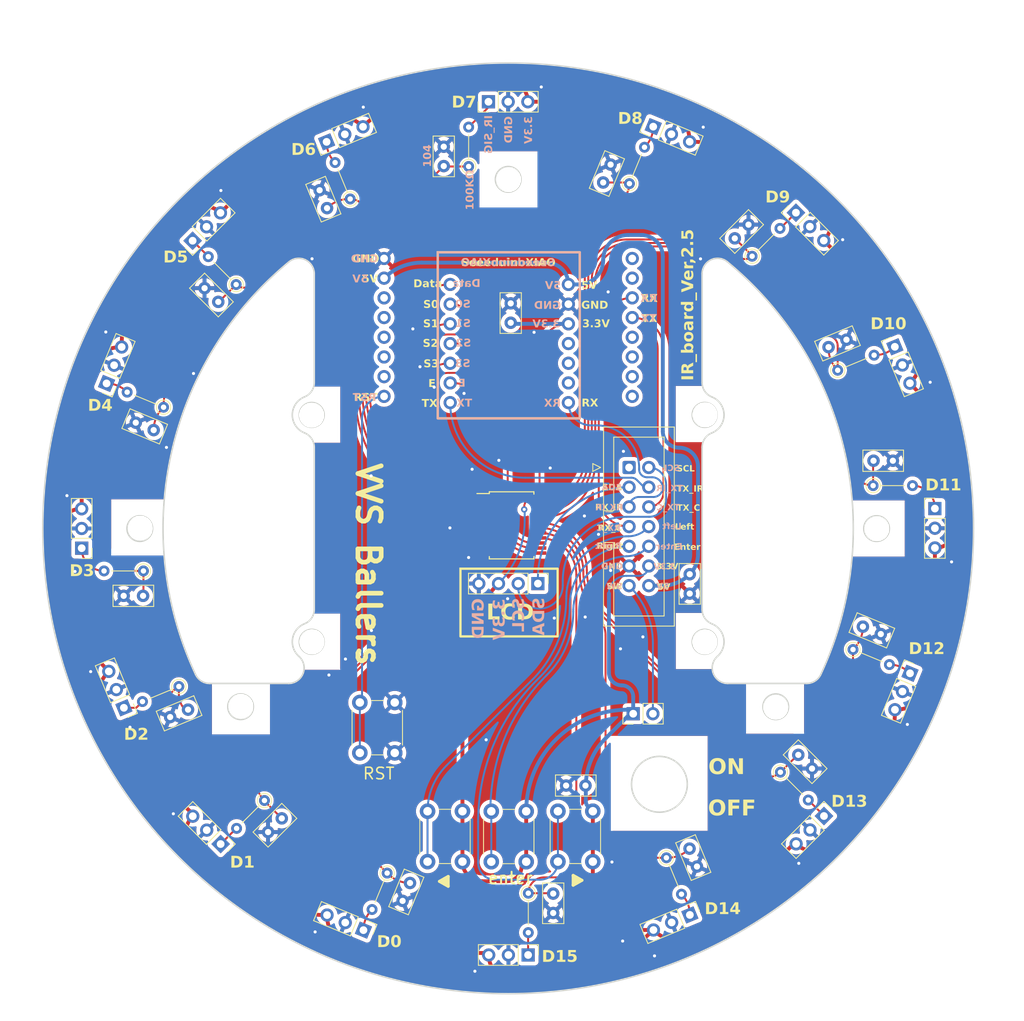
<source format=kicad_pcb>
(kicad_pcb (version 20241229) (generator "pcbnew") (generator_version "9.0")
  (layers (0 "F.Cu" signal) (2 "B.Cu" signal) (13 "F.Paste" user) (15 "B.Paste" user) (5 "F.SilkS" user "F.Silkscreen") (7 "B.SilkS" user "B.Silkscreen") (1 "F.Mask" user) (3 "B.Mask" user) (25 "Edge.Cuts" user))
  (net 0 "")
  (net 1 "GND")
  (net 2 "+3.3V")
  (net 3 "IRout3")
  (net 4 "IRout4")
  (net 5 "IRout1")
  (net 6 "IRout2")
  (net 7 "IRout5")
  (net 8 "IRout6")
  (net 9 "IRout7")
  (net 10 "IRout8")
  (net 11 "D2")
  (net 12 "D3")
  (net 13 "D0")
  (net 14 "D1")
  (net 15 "D4")
  (net 16 "D5")
  (net 17 "D6")
  (net 18 "D7")
  (net 19 "D10")
  (net 20 "D11")
  (net 21 "D8")
  (net 22 "D9")
  (net 23 "D12")
  (net 24 "D13")
  (net 25 "D14")
  (net 26 "D15")
  (net 27 "IRout11")
  (net 28 "IRout12")
  (net 29 "IRout9")
  (net 30 "IRout10")
  (net 31 "IRout13")
  (net 32 "IRout14")
  (net 34 "S0")
  (net 35 "S1")
  (net 36 "S2")
  (net 37 "S3")
  (net 38 "E")
  (net 42 "+5V")
  (net 43 "IRout15")
  (net 44 "IRout0")
  (net 45 "RST")
  (net 46 "SDA_LCD")
  (net 47 "switch")
  (net 49 "SCL_LCD")
  (net 50 "TX_Boll")
  (net 51 "RX_Boll")
  (net 52 "TX_camera")
  (net 58 "RX_camera")
  (net 64 "Data_IR_sensor")
  (net 65 "LCD-TeensyD10")
  (net 66 "LCD-TeensyD11")
  (net 67 "LCD-TeensyD12")
  (footprint "Connector_PinHeader_2.54mm:PinHeader_1x03_P2.54mm_Vertical" (layer "F.Cu") (at 138.341699 164.755716 -90)
    (property "Reference" "U17" (hide yes))
    (property "Value" "TSSP58038")
  )
  (footprint "MountingHole:MountingHole_3.2mm_M3" (layer "F.Cu") (at 170.276 132.8)
    (property "Reference" "REF**" (hide yes))
    (property "Value" "MountingHole_3.2mm_M3")
  )
  (footprint "Capacitor_THT:C_Disc_D5.0mm_W2.5mm_P2.50mm" (layer "F.Cu") (at 106.581975 147.14301 -135)
    (property "Reference" "C4" (hide yes))
    (property "Value" "104")
  )
  (footprint "Capacitor_THT:C_Disc_D5.0mm_W2.5mm_P2.50mm" (layer "F.Cu") (at 177.076399 86.38062 22.5)
    (property "Reference" "C9" (hide yes))
    (property "Value" "104" (hide yes))
  )
  (footprint "Resistor_THT:R_Axial_DIN0204_L3.6mm_D1.6mm_P5.08mm_Vertical" (layer "F.Cu") (at 100.698859 78.312233 135)
    (property "Reference" "R6" (hide yes))
    (property "Value" "22k" (hide yes))
  )
  (footprint "Resistor_THT:R_Axial_DIN0204_L3.6mm_D1.6mm_P5.08mm_Vertical" (layer "F.Cu") (at 178.258619 89.365407 22.5)
    (property "Reference" "R9" (hide yes))
    (property "Value" "22k")
  )
  (footprint "Resistor_THT:R_Axial_DIN0204_L3.6mm_D1.6mm_P5.08mm_Vertical" (layer "F.Cu") (at 151.40409 65.303441 67.5)
    (property "Reference" "R11" (hide yes))
    (property "Value" "22k" (hide yes))
  )
  (footprint "Capacitor_THT:C_Disc_D5.0mm_W2.5mm_P2.50mm" (layer "F.Cu") (at 90.064116 97.079129 157.5)
    (property "Reference" "C5" (hide yes))
    (property "Value" "104" (hide yes))
  )
  (footprint "Connector_PinHeader_2.54mm:PinHeader_1x03_P2.54mm_Vertical" (layer "F.Cu") (at 80.780983 112.306415 180)
    (property "Reference" "U5" (hide yes))
    (property "Value" "TSSP58038")
  )
  (footprint "Resistor_THT:R_Axial_DIN0204_L3.6mm_D1.6mm_P5.08mm_Vertical" (layer "F.Cu") (at 104.347516 144.83784 -135)
    (property "Reference" "R4" (hide yes))
    (property "Value" "22k")
  )
  (footprint "Connector_PinHeader_2.54mm:PinHeader_1x03_P2.54mm_Vertical" (layer "F.Cu") (at 95.084418 72.663452 135)
    (property "Reference" "U7" (hide yes))
    (property "Value" "TSSP58038")
  )
  (footprint "Connector_PinHeader_2.54mm:PinHeader_1x03_P2.54mm_Vertical" (layer "F.Cu") (at 190.791 107.195)
    (property "Reference" "U13" (hide yes))
    (property "Value" "TSSP58038")
  )
  (footprint "Connector_PinHeader_2.54mm:PinHeader_1x04_P2.54mm_Vertical" (layer "F.Cu") (at 139.606 116.87 -90)
    (property "Reference" "J1" (hide yes))
    (property "Value" "Conn_01x04_Socket")
  )
  (footprint "Connector_PinHeader_2.54mm:PinHeader_1x03_P2.54mm_Vertical" (layer "F.Cu") (at 172.873247 69.049135 45)
    (property "Reference" "U11" (hide yes))
    (property "Value" "TSSP58038")
  )
  (footprint "Capacitor_THT:C_Disc_D5.0mm_W2.5mm_P2.50mm" (layer "F.Cu") (at 173.178292 138.954725 -45)
    (property "Reference" "C14" (hide yes))
    (property "Value" "104" (hide yes))
  )
  (footprint "Connector_PinHeader_2.54mm:PinHeader_1x03_P2.54mm_Vertical" (layer "F.Cu") (at 159.196663 159.590682 -67.5)
    (property "Reference" "U16" (hide yes))
    (property "Value" "TSSP58038")
  )
  (footprint "Button_Switch_THT:SW_PUSH_6mm_H5mm" (layer "F.Cu") (at 125.376 152.72 90)
    (property "Reference" "▶")
    (property "Value" "LCD" (hide yes))
  )
  (footprint "Capacitor_THT:C_Disc_D5.0mm_W2.5mm_P2.50mm" (layer "F.Cu") (at 94.495584 133.120797 -157.5)
    (property "Reference" "C1" (hide yes))
    (property "Value" "104")
  )
  (footprint "Connector_PinHeader_2.54mm:PinHeader_1x02_P2.54mm_Vertical" (layer "F.Cu") (at 151.891 133.65 90)
    (property "Reference" "SW4" (hide yes))
    (property "Value" "SW_DIP_x01" (hide yes))
  )
  (footprint "Capacitor_THT:C_Disc_D5.0mm_W2.5mm_P2.50mm" (layer "F.Cu") (at 159.18 115.66 -90)
    (property "Reference" "C17" (hide yes))
    (property "Value" "C" (hide yes))
  )
  (footprint "Connector_PinHeader_2.54mm:PinHeader_1x03_P2.54mm_Vertical" (layer "F.Cu") (at 133.230283 54.745699 90)
    (property "Reference" "U9" (hide yes))
    (property "Value" "TSSP58038")
  )
  (footprint "Resistor_THT:R_Axial_DIN0204_L3.6mm_D1.6mm_P5.08mm_Vertical" (layer "F.Cu") (at 115.400691 67.27808 112.5)
    (property "Reference" "R7" (hide yes))
    (property "Value" "22k" (hide yes))
  )
  (footprint "Connector_PinHeader_2.54mm:PinHeader_1x03_P2.54mm_Vertical" (layer "F.Cu") (at 185.625965 86.340036 22.5)
    (property "Reference" "U12" (hide yes))
    (property "Value" "TSSP58038")
  )
  (footprint "MountingHole:MountingHole_3.2mm_M3" (layer "F.Cu") (at 101.296 132.72)
    (property "Reference" "REF**" (hide yes))
    (property "Value" "MountingHole_3.2mm_M3")
  )
  (footprint "Connector_PinHeader_2.54mm:PinHeader_1x03_P2.54mm_Vertical" (layer "F.Cu") (at 83.989963 91.062368 157.5)
    (property "Reference" "U6" (hide yes))
    (property "Value" "TSSP58038")
  )
  (footprint "MountingHole:MountingHole_3.2mm_M3" (layer "F.Cu") (at 161.156 95.11)
    (property "Reference" "REF**" (hide yes))
    (property "Value" "MountingHole_3.2mm_M3" (hide yes))
  )
  (footprint "MountingHole:MountingHole_3.2mm_M3" (layer "F.Cu") (at 161.136 124.4)
    (property "Reference" "REF**" (hide yes))
    (property "Value" "MountingHole_3.2mm_M3")
  )
  (footprint "Capacitor_THT:C_Disc_D5.0mm_W2.5mm_P2.50mm" (layer "F.Cu") (at 98.39369 80.546691 135)
    (property "Reference" "C6" (hide yes))
    (property "Value" "104" (hide yes))
  )
  (footprint "Capacitor_THT:C_Disc_D5.0mm_W2.5mm_P2.50mm" (layer "F.Cu") (at 159.156079 151.041116 -67.5)
    (property "Reference" "C15" (hide yes))
    (property "Value" "104")
  )
  (footprint "Capacitor_THT:C_Disc_D5.0mm_W2.5mm_P2.50mm" (layer "F.Cu") (at 164.990008 72.358407 45)
    (property "Reference" "C12" (hide yes))
    (property "Value" "104" (hide yes))
  )
  (footprint "Capacitor_THT:C_Disc_D5.0mm_W2.5mm_P2.50mm" (layer "F.Cu") (at 182.875999 101.03)
    (property "Reference" "C10" (hide yes))
    (property "Value" "104" (hide yes))
  )
  (footprint "Resistor_THT:R_Axial_DIN0204_L3.6mm_D1.6mm_P5.08mm_Vertical" (layer "F.Cu") (at 170.873124 141.189183 -45)
    (property "Reference" "R14" (hide yes))
    (property "Value" "22k")
  )
  (footprint "Connector_PinHeader_2.54mm:PinHeader_1x03_P2.54mm_Vertical" (layer "F.Cu") (at 86.223016 132.884381 -157.5)
    (property "Reference" "U4" (hide yes))
    (property "Value" "TSSP58038")
  )
  (footprint "Resistor_THT:R_Axial_DIN0204_L3.6mm_D1.6mm_P5.08mm_Vertical" (layer "F.Cu") (at 180.233259 125.368807 -22.5)
    (property "Reference" "R13" (hide yes))
    (property "Value" "22k")
  )
  (footprint "Resistor_THT:R_Axial_DIN0204_L3.6mm_D1.6mm_P5.08mm_Vertical" (layer "F.Cu") (at 93.313363 130.136008 -157.5)
    (property "Reference" "R1" (hide yes))
    (property "Value" "22k" (hide yes))
  )
  (footprint "Resistor_THT:R_Axial_DIN0204_L3.6mm_D1.6mm_P5.08mm_Vertical" (layer "F.Cu") (at 120.167892 154.197975 -112.5)
    (property "Reference" "R3" (hide yes))
    (property "Value" "22k")
  )
  (footprint "Capacitor_THT:C_Disc_D5.0mm_W2.5mm_P2.50mm" (layer "F.Cu") (at 112.415903 68.4603 112.5)
    (property "Reference" "C7" (hide yes))
    (property "Value" "104" (hide yes))
  )
  (footprint "MountingHole:MountingHole_5.3mm_M5" (layer "F.Cu") (at 155.29 142.75)
    (property "Reference" "REF**" (hide yes))
    (property "Value" "MountingHole_5.3mm_M5")
  )
  (footprint "MountingHole:MountingHole_3.2mm_M3" (layer "F.Cu") (at 88.326 109.73)
    (property "Reference" "REF**" (hide yes))
    (property "Value" "MountingHole_3.2mm_M3")
  )
  (footprint "Resistor_THT:R_Axial_DIN0204_L3.6mm_D1.6mm_P5.08mm_Vertical" (layer "F.Cu") (at 130.676 63.09 90)
    (property "Reference" "R8" (hide yes))
    (property "Value" "22k" (hide yes))
  )
  (footprint "Connector_PinHeader_2.54mm:PinHeader_1x03_P2.54mm_Vertical" (layer "F.Cu") (at 176.487564 146.837964 -45)
    (property "Reference" "U15" (hide yes))
    (property "Value" "TSSP58038")
  )
  (footprint "Connector_PinHeader_2.54mm:PinHeader_1x03_P2.54mm_Vertical" (layer "F.Cu") (at 154.47433 57.95468 67.5)
    (property "Reference" "U10" (hide yes))
    (property "Value" "TSSP58038")
  )
  (footprint "Capacitor_THT:C_Disc_D5.0mm_W2.5mm_P2.50mm" (layer "F.Cu") (at 141.575984 156.841416 -90)
    (property "Reference" "C16" (hide yes))
    (property "Value" "104")
  )
  (footprint "Connector_IDC:IDC-Header_2x07_P2.54mm_Vertical" (layer "F.Cu") (at 151.36 101.9)
    (property "Reference" "J2" (hide yes))
    (property "Value" "Conn_02x07_Top_Bottom")
  )
  (footprint "Connector_PinHeader_2.54mm:PinHeader_1x03_P2.54mm_Vertical" (layer "F.Cu") (at 112.36146 59.916472 112.5)
    (property "Reference" "U8" (hide yes))
    (property "Value" "TSSP58038")
  )
  (footprint "Connector_PinHeader_2.54mm:PinHeader_1x03_P2.54mm_Vertical" (layer "F.Cu") (at 187.58202 128.439047 -22.5)
    (property "Reference" "U14" (hide yes))
    (property "Value" "TSSP58038")
  )
  (footprint "MountingHole:MountingHole_3.2mm_M3" (layer "F.Cu") (at 110.426 95.16)
    (property "Reference" "REF**" (hide yes))
    (property "Value" "MountingHole_3.2mm_M3")
  )
  (footprint "Capacitor_THT:C_Disc_D5.0mm_W2.5mm_P2.50mm" (layer "F.Cu") (at 123.114413 155.472584 -112.5)
    (property "Reference" "C3" (hide yes))
    (property "Value" "104")
  )
  (footprint "Resistor_THT:R_Axial_DIN0204_L3.6mm_D1.6mm_P5.08mm_Vertical" (layer "F.Cu") (at 182.826 104.24)
    (property "Reference" "R10" (hide yes))
    (property "Value" "22k")
  )
  (footprint "Capacitor_THT:C_Disc_D5.0mm_W2.5mm_P2.50mm" (layer "F.Cu") (at 143.24 142.91)
    (property "Reference" "C19" (hide yes))
    (property "Value" "C")
  )
  (footprint "MountingHole:MountingHole_3.2mm_M3" (layer "F.Cu") (at 110.476 124.39)
    (property "Reference" "REF**" (hide yes))
    (property "Value" "MountingHole_3.2mm_M3")
  )
  (footprint "Resistor_THT:R_Axial_DIN0204_L3.6mm_D1.6mm_P5.08mm_Vertical" (layer "F.Cu") (at 167.224466 74.663575 45)
    (property "Reference" "R12" (hide yes))
    (property "Value" "22k")
  )
  (footprint "Resistor_THT:R_Axial_DIN0204_L3.6mm_D1.6mm_P5.08mm_Vertical" (layer "F.Cu") (at 138.365982 156.791416 -90)
    (property "Reference" "R16" (hide yes))
    (property "Value" "22k" (hide yes))
  )
  (footprint "Capacitor_THT:C_Disc_D5.0mm_W2.5mm_P2.50mm" (layer "F.Cu") (at 136.1 80.74 -90)
    (property "Reference" "C18" (hide yes))
    (property "Value" "C")
  )
  (footprint "MountingHole:MountingHole_3.2mm_M3" (layer "F.Cu") (at 183.296 109.79)
    (property "Reference" "REF**" (hide yes))
    (property "Value" "MountingHole_3.2mm_M3")
  )
  (footprint "Resistor_THT:R_Axial_DIN0204_L3.6mm_D1.6mm_P5.08mm_Vertical" (layer "F.Cu") (at 156.171292 152.223336 -67.5)
    (property "Reference" "R15" (hide yes))
    (property "Value" "22k" (hide yes))
  )
  (footprint "Resistor_THT:R_Axial_DIN0204_L3.6mm_D1.6mm_P5.08mm_Vertical" (layer "F.Cu") (at 91.338724 94.132609 157.5)
    (property "Reference" "R5" (hide yes))
    (property "Value" "22k" (hide yes))
  )
  (footprint "Capacitor_THT:C_Disc_D5.0mm_W2.5mm_P2.50mm" (layer "F.Cu") (at 88.695283 118.450001 180)
    (property "Reference" "C2" (hide yes))
    (property "Value" "104" (hide yes))
  )
  (footprint "Seeeduino_Xiao:seeeduinoXIAO" (layer "F.Cu") (at 135.916 85.92 180)
    (property "Reference" "U1" (hide yes))
    (property "Value" "SeeeduinoXIAO" (hide yes))
  )
  (footprint "Capacitor_THT:C_Disc_D5.0mm_W2.5mm_P2.50mm" (layer "F.Cu") (at 181.507866 122.422288 -22.5)
    (property "Reference" "C13" (hide yes))
    (property "Value" "104" (hide yes))
  )
  (footprint "Button_Switch_THT:SW_PUSH_6mm_H5mm" (layer "F.Cu") (at 133.596 152.73 90)
    (property "Reference" "enter")
    (property "Value" "LCD" (hide yes))
  )
  (footprint "Capacitor_THT:C_Disc_D5.0mm_W2.5mm_P2.50mm" (layer "F.Cu") (at 148.021646 65.15485 67.5)
    (property "Reference" "C11" (hide yes))
    (property "Value" "104" (hide yes))
  )
  (footprint "Resistor_THT:R_Axial_DIN0204_L3.6mm_D1.6mm_P5.08mm_Vertical" (layer "F.Cu") (at 88.745283 115.24 180)
    (property "Reference" "R2" (hide yes))
    (property "Value" "22k")
  )
  (footprint "Capacitor_THT:C_Disc_D5.0mm_W2.5mm_P2.50mm" (layer "F.Cu") (at 127.466 63.04 90)
    (property "Reference" "C8" (hide yes))
    (property "Value" "104" (hide yes))
  )
  (footprint "Connector_PinHeader_2.54mm:PinHeader_1x03_P2.54mm_Vertical" (layer "F.Cu") (at 98.698735 150.45228 -135)
    (property "Reference" "U3" (hide yes))
    (property "Value" "TSSP58038")
  )
  (footprint "Open_MV:OpenMV" (layer "F.Cu") (at 135.77 117.75 180)
    (property "Reference" "U19" (hide yes))
    (property "Value" "open_mv")
  )
  (footprint "Package_SO:SSOP-24_5.3x8.2mm_P0.65mm" (layer "F.Cu") (at 136.216 109.36)
    (property "Reference" "U18" (hide yes))
    (property "Value" "CD74HC4067SM")
  )
  (footprint "Button_Switch_THT:SW_PUSH_6mm_H5mm" (layer "F.Cu") (at 142.186 152.72 90)
    (property "Reference" "SW3" (hide yes))
    (property "Value" "LCD" (hide yes))
  )
  (footprint "Connector_PinHeader_2.54mm:PinHeader_1x03_P2.54mm_Vertical" (layer "F.Cu") (at 117.11151 161.552477 -112.5)
    (property "Reference" "U2" (hide yes))
    (property "Value" "TSSP58038")
  )
  (footprint "MountingHole:MountingHole_3.2mm_M3" (layer "F.Cu") (at 135.81 64.77)
    (property "Reference" "REF**" (hide yes))
    (property "Value" "MountingHole_3.2mm_M3")
  )
  (footprint "Button_Switch_THT:SW_PUSH_6mm_H5mm" (layer "F.Cu") (at 116.646 138.7 90)
    (property "Reference" "RST")
    (property "Value" "SW_DIP_x01")
  )
  (gr_rect (start 126.7 74.16) (end 145.01 95.57) (stroke (width 0.3)) (fill no) (layer "F.SilkS"))
  (gr_rect (start 129.62 114.95) (end 142.15 123.68) (stroke (width 0.3)) (fill no) (layer "F.SilkS"))
  (gr_rect (start 126.7 74.16) (end 145.01 95.57) (stroke (width 0.3)) (fill no) (layer "B.SilkS"))
  (gr_line (start 110.771801 76.926123) (end 110.771801 90.943465) (stroke (width 0.2)) (layer "Edge.Cuts"))
  (gr_circle (center 110.440558 124.37261) (end 112.040558 124.37261) (stroke (width 0.2)) (fill no) (layer "Edge.Cuts"))
  (gr_arc (start 162.030131 92.800863) (mid 163.603007 95.122604) (end 162.030131 97.444357) (stroke (width 0.2)) (layer "Edge.Cuts"))
  (gr_arc (start 108.786963 126.24761) (mid 109.334912 128.454705) (end 107.464088 129.74761) (stroke (width 0.2)) (layer "Edge.Cuts"))
  (gr_line (start 174.271801 129.74761) (end 164.079514 129.74761) (stroke (width 0.2)) (layer "Edge.Cuts"))
  (gr_circle (center 101.271801 132.74761) (end 102.921801 132.74761) (stroke (width 0.2)) (fill no) (layer "Edge.Cuts"))
  (gr_arc (start 108.786963 126.24761) (mid 107.977202 123.946165) (end 109.513471 122.050863) (stroke (width 0.2)) (layer "Edge.Cuts"))
  (gr_circle (center 170.271801 132.74761) (end 171.921801 132.74761) (stroke (width 0.2)) (fill no) (layer "Edge.Cuts"))
  (gr_arc (start 95.460036 128.594669) (mid 92.369117 99.926354) (end 107.501213 75.381583) (stroke (width 0.2)) (layer "Edge.Cuts"))
  (gr_arc (start 160.771801 99.301755) (mid 161.115981 98.179978) (end 162.030131 97.444357) (stroke (width 0.2)) (layer "Edge.Cuts"))
  (gr_arc (start 109.513471 97.444357) (mid 107.940575 95.122604) (end 109.513471 92.800863) (stroke (width 0.2)) (layer "Edge.Cuts"))
  (gr_arc (start 97.271801 129.74761) (mid 96.198048 129.434934) (end 95.460036 128.594669) (stroke (width 0.2)) (layer "Edge.Cuts"))
  (gr_arc (start 160.771801 76.926123) (mid 161.917741 75.117626) (end 164.042389 75.381583) (stroke (width 0.2)) (layer "Edge.Cuts"))
  (gr_circle (center 161.103044 124.37261) (end 162.703044 124.37261) (stroke (width 0.2)) (fill no) (layer "Edge.Cuts"))
  (gr_arc (start 162.030131 122.050863) (mid 163.56637 123.94617) (end 162.756639 126.24761) (stroke (width 0.2)) (layer "Edge.Cuts"))
  (gr_arc (start 162.030131 92.800863) (mid 161.11602 92.065207) (end 160.771801 90.943465) (stroke (width 0.2)) (layer "Edge.Cuts"))
  (gr_circle (center 88.27181 109.778318) (end 89.92181 109.778318) (stroke (width 0.2)) (fill no) (layer "Edge.Cuts"))
  (gr_arc (start 176.083566 128.594669) (mid 175.345551 129.43493) (end 174.271801 129.74761) (stroke (width 0.2)) (layer "Edge.Cuts"))
  (gr_line (start 160.771801 90.943465) (end 160.771801 76.926123) (stroke (width 0.2)) (layer "Edge.Cuts"))
  (gr_arc (start 109.513471 97.444357) (mid 110.427617 98.179998) (end 110.771801 99.301755) (stroke (width 0.2)) (layer "Edge.Cuts"))
  (gr_circle (center 155.271801 142.74761) (end 158.871801 142.74761) (stroke (width 0.2)) (fill no) (layer "Edge.Cuts"))
  (gr_line (start 160.771801 120.193465) (end 160.771801 99.301755) (stroke (width 0.2)) (layer "Edge.Cuts"))
  (gr_circle (center 183.271792 109.778318) (end 184.921792 109.778318) (stroke (width 0.2)) (fill no) (layer "Edge.Cuts"))
  (gr_arc (start 162.030131 122.050863) (mid 161.11602 121.315207) (end 160.771801 120.193465) (stroke (width 0.2)) (layer "Edge.Cuts"))
  (gr_arc (start 164.079514 129.74761) (mid 162.208664 128.454715) (end 162.756639 126.24761) (stroke (width 0.2)) (layer "Edge.Cuts"))
  (gr_arc (start 164.042389 75.381583) (mid 179.174478 99.926353) (end 176.083566 128.594669) (stroke (width 0.2)) (layer "Edge.Cuts"))
  (gr_arc (start 110.771801 90.943465) (mid 110.427613 92.065233) (end 109.513471 92.800863) (stroke (width 0.2)) (layer "Edge.Cuts"))
  (gr_line (start 110.771801 99.301755) (end 110.771801 120.193465) (stroke (width 0.2)) (layer "Edge.Cuts"))
  (gr_circle (center 135.771801 64.747609) (end 137.421801 64.747609) (stroke (width 0.2)) (fill no) (layer "Edge.Cuts"))
  (gr_arc (start 107.501213 75.381583) (mid 109.625852 75.117642) (end 110.771801 76.926123) (stroke (width 0.2)) (layer "Edge.Cuts"))
  (gr_line (start 107.464088 129.74761) (end 97.271801 129.74761) (stroke (width 0.2)) (layer "Edge.Cuts"))
  (gr_circle (center 110.440558 95.12261) (end 112.040558 95.12261) (stroke (width 0.2)) (fill no) (layer "Edge.Cuts"))
  (gr_arc (start 110.771801 120.193465) (mid 110.427613 121.315233) (end 109.513471 122.050863) (stroke (width 0.2)) (layer "Edge.Cuts"))
  (gr_circle (center 135.771801 109.74761) (end 195.771801 109.74761) (stroke (width 0.2)) (fill no) (layer "Edge.Cuts"))
  (gr_circle (center 161.103044 95.12261) (end 162.703044 95.12261) (stroke (width 0.2)) (fill no) (layer "Edge.Cuts"))
  (gr_text "LCD" (at 132.95 121.83 0) (layer "F.SilkS") (effects (font (size 2 2) (thickness 0.3) (bold yes)) (justify left bottom)))
  (gr_text "Left" (at 158.52 109.58 0) (layer "F.SilkS") (effects (font (size 0.8 0.8) (thickness 0.2) (bold yes))))
  (gr_text "Enter" (at 158.87 112.19 0) (layer "F.SilkS") (effects (font (size 0.8 0.8) (thickness 0.2) (bold yes))))
  (gr_text "D15" (at 140.09 165.9 0) (layer "F.SilkS") (effects (font (size 1.5 1.5) (thickness 0.3) (bold yes)) (justify left bottom)))
  (gr_text "ON\n" (at 161.57 141.77 0) (layer "F.SilkS") (effects (font (size 2 2) (thickness 0.3) (bold yes)) (justify left bottom)))
  (gr_text "D6" (at 107.79 61.85 0) (layer "F.SilkS") (effects (font (size 1.5 1.5) (thickness 0.3) (bold yes)) (justify left bottom)))
  (gr_text "D9" (at 168.92 67.98 0) (layer "F.SilkS") (effects (font (size 1.5 1.5) (thickness 0.3) (bold yes)) (justify left bottom)))
  (gr_text "3.3V" (at 145.32 83.99 0) (layer "F.SilkS") (effects (font (size 1 1) (thickness 0.1) (bold yes)) (justify left bottom)))
  (gr_text "RX_C" (at 148.87 109.73 0) (layer "F.SilkS") (effects (font (size 0.8 0.8) (thickness 0.2) (bold yes))))
  (gr_text "E\n" (at 125.47 91.69 0) (layer "F.SilkS") (effects (font (size 1 1) (thickness 0.1) (bold yes)) (justify left bottom)))
  (gr_text "D11" (at 189.55 105.11 0) (layer "F.SilkS") (effects (font (size 1.5 1.5) (thickness 0.3) (bold yes)) (justify left bottom)))
  (gr_text "RST\n" (at 115.88 93.49 0) (layer "F.SilkS") (effects (font (size 1 1) (thickness 0.1) (bold yes)) (justify left bottom)))
  (gr_text "D10" (at 182.47 84.32 0) (layer "F.SilkS") (effects (font (size 1.5 1.5) (thickness 0.3) (bold yes)) (justify left bottom)))
  (gr_text "D5" (at 91.3 75.72 0) (layer "F.SilkS") (effects (font (size 1.5 1.5) (thickness 0.3) (bold yes)) (justify left bottom)))
  (gr_text "IR_board_Ver,2.5" (at 159.88 90.72 90) (layer "F.SilkS") (effects (font (size 1.5 1.5) (thickness 0.3) (bold yes)) (justify left bottom)))
  (gr_text "D0" (at 118.83 163.99 0) (layer "F.SilkS") (effects (font (size 1.5 1.5) (thickness 0.3) (bold yes)) (justify left bottom)))
  (gr_text "RX_IR" (at 148.77 107.07 0) (layer "F.SilkS") (effects (font (size 0.8 0.8) (thickness 0.2) (bold yes))))
  (gr_text "D3" (at 79.21 116.16 0) (layer "F.SilkS") (effects (font (size 1.5 1.5) (thickness 0.3) (bold yes)) (justify left bottom)))
  (gr_text "RX" (at 152.9 80.73 0) (layer "F.SilkS") (effects (font (size 1 1) (thickness 0.1) (bold yes)) (justify left bottom)))
  (gr_text "D12\n" (at 187.4 126.21 0) (layer "F.SilkS") (effects (font (size 1.5 1.5) (thickness 0.3) (bold yes)) (justify left bottom)))
  (gr_text "D14\n\n" (at 161.1 162.26 0) (layer "F.SilkS") (effects (font (size 1.5 1.5) (thickness 0.3) (bold yes)) (justify left bottom)))
  (gr_text "VVS Ballers\n" (at 116 101 270) (layer "F.SilkS") (effects (font (size 3 3) (thickness 0.6) (bold yes)) (justify left bottom)))
  (gr_text "S0" (at 124.82 81.5 0) (layer "F.SilkS") (effects (font (size 1 1) (thickness 0.1) (bold yes)) (justify left bottom)))
  (gr_text "Data" (at 123.54 78.83 0) (layer "F.SilkS") (effects (font (size 1 1) (thickness 0.1) (bold yes)) (justify left bottom)))
  (gr_text "D2" (at 86.22 137.26 0) (layer "F.SilkS") (effects (font (size 1.5 1.5) (thickness 0.3) (bold yes)) (justify left bottom)))
  (gr_text "SCL" (at 158.66 102.08 0) (layer "F.SilkS") (effects (font (size 0.8 0.8) (thickness 0.175) (bold yes))))
  (gr_text "SDA" (at 149.18 104.49 0) (layer "F.SilkS") (effects (font (size 0.8 0.8) (thickness 0.2) (bold yes))))
  (gr_text "RX\n" (at 145.23 94.21 0) (layer "F.SilkS") (effects (font (size 1 1) (thickness 0.1) (bold yes)) (justify left bottom)))
  (gr_text "D4" (at 81.57 94.84 0) (layer "F.SilkS") (effects (font (size 1.5 1.5) (thickness 0.3) (bold yes)) (justify left bottom)))
  (gr_text "SeeeduinoXIAO" (at 135.8 75.52 0) (layer "F.SilkS") (effects (font (size 1 1) (thickness 0.2) (bold yes))))
  (gr_text "5V" (at 155.86 117.33 0) (layer "F.SilkS") (effects (font (size 0.8 0.8) (thickness 0.2) (bold yes))))
  (gr_text "5V" (at 116.92 78.2 0) (layer "F.SilkS") (effects (font (size 1 1) (thickness 0.1) (bold yes)) (justify left bottom)))
  (gr_text "D7" (at 128.48 55.75 0) (layer "F.SilkS") (effects (font (size 1.5 1.5) (thickness 0.3) (bold yes)) (justify left bottom)))
  (gr_text "D8" (at 149.91 57.85 0) (layer "F.SilkS") (effects (font (size 1.5 1.5) (thickness 0.3) (bold yes)) (justify left bottom)))
  (gr_text "Right" (at 148.91 112.05 0) (layer "F.SilkS") (effects (font (size 0.8 0.8) (thickness 0.2) (bold yes))))
  (gr_text "S2\n" (at 124.76 86.52 0) (layer "F.SilkS") (effects (font (size 1 1) (thickness 0.1) (bold yes)) (justify left bottom)))
  (gr_text "S1" (at 124.8 83.99 0) (layer "F.SilkS") (effects (font (size 1 1) (thickness 0.1) (bold yes)) (justify left bottom)))
  (gr_text "TX" (at 124.62 94.26 0) (layer "F.SilkS") (effects (font (size 1 1) (thickness 0.1) (bold yes)) (justify left bottom)))
  (gr_text "GND" (at 149.17 114.68 0) (layer "F.SilkS") (effects (font (size 0.8 0.8) (thickness 0.2) (bold yes))))
  (gr_text "D13\n" (at 177.428016 145.897512 0) (layer "F.SilkS") (effects (font (size 1.5 1.5) (thickness 0.3) (bold yes)) (justify left bottom)))
  (gr_text "TX_C" (at 159.01 107.14 0) (layer "F.SilkS") (effects (font (size 0.8 0.8) (thickness 0.2) (bold yes))))
  (gr_text "5V" (at 145.21 79.04 0) (layer "F.SilkS") (effects (font (size 1 1) (thickness 0.1) (bold yes)) (justify left bottom)))
  (gr_text "3.3V" (at 156.29 114.69 0) (layer "F.SilkS") (effects (font (size 0.8 0.8) (thickness 0.2) (bold yes))))
  (gr_text "▶" (at 144.72 155.23 180) (layer "F.SilkS") (effects (font (size 1.5 1.5) (thickness 0.375) (bold yes)) (justify mirror)))
  (gr_text "GND" (at 115.68 75.61 0) (layer "F.SilkS") (effects (font (size 1 1) (thickness 0.1) (bold yes)) (justify left bottom)))
  (gr_text "GND" (at 145.19 81.6 0) (layer "F.SilkS") (effects (font (size 1 1) (thickness 0.1) (bold yes)) (justify left bottom)))
  (gr_text "TX_IR" (at 159.21 104.68 0) (layer "F.SilkS") (effects (font (size 0.8 0.8) (thickness 0.2) (bold yes))))
  (gr_text "TX" (at 152.96 83.32 0) (layer "F.SilkS") (effects (font (size 1 1) (thickness 0.1) (bold yes)) (justify left bottom)))
  (gr_text "D1" (at 99.89 153.75 0) (layer "F.SilkS") (effects (font (size 1.5 1.5) (thickness 0.3) (bold yes)) (justify left bottom)))
  (gr_text "S3" (at 124.85 89.15 0) (layer "F.SilkS") (effects (font (size 1 1) (thickness 0.1) (bold yes)) (justify left bottom)))
  (gr_text "SW" (at 149.5 117.26 0) (layer "F.SilkS") (effects (font (size 0.8 0.8) (thickness 0.2) (bold yes))))
  (gr_text "OFF" (at 161.53 147.1 0) (layer "F.SilkS") (effects (font (size 2 2) (thickness 0.5) (bold yes)) (justify left bottom)))
  (gr_text "5V" (at 155.69 117.25 0) (layer "B.SilkS") (effects (font (size 0.8 0.8) (thickness 0.2) (bold yes)) (justify mirror)))
  (gr_text "Right" (at 148.67 112.06 0) (layer "B.SilkS") (effects (font (size 0.8 0.8) (thickness 0.2) (bold yes)) (justify mirror)))
  (gr_text "100KΩ" (at 131.47 68.71 90) (layer "B.SilkS") (effects (font (size 1 1) (thickness 0.1) (bold yes)) (justify left bottom)))
  (gr_text "3.3V" (at 135.57 118.83 90) (layer "B.SilkS") (effects (font (size 1.5 1.5) (thickness 0.3) (bold yes)) (justify left bottom mirror)))
  (gr_text "SeeeduinoXIAO" (at 135.73 75.51 0) (layer "B.SilkS") (effects (font (size 1 1) (thickness 0.2) (bold yes)) (justify mirror)))
  (gr_text "S3" (at 130.893496 89.11 0) (layer "B.SilkS") (effects (font (size 1 1) (thickness 0.1) (bold yes)) (justify left bottom mirror)))
  (gr_text "3.3V" (at 155.94 114.71 0) (layer "B.SilkS") (effects (font (size 0.8 0.8) (thickness 0.2) (bold yes)) (justify mirror)))
  (gr_text "S1" (at 130.943496 83.95 0) (layer "B.SilkS") (effects (font (size 1 1) (thickness 0.1) (bold yes)) (justify left bottom mirror)))
  (gr_text "104" (at 125.99 63.18 90) (layer "B.SilkS") (effects (font (size 1 1) (thickness 0.1) (bold yes)) (justify left bottom)))
  (gr_text "S0" (at 130.923496 81.46 0) (layer "B.SilkS") (effects (font (size 1 1) (thickness 0.1) (bold yes)) (justify left bottom mirror)))
  (gr_text "5V" (at 142.568722 79.06 0) (layer "B.SilkS") (effects (font (size 1 1) (thickness 0.1) (bold yes)) (justify left bottom mirror)))
  (gr_text "Left" (at 156.89 109.52 0) (layer "B.SilkS") (effects (font (size 0.8 0.8) (thickness 0.2) (bold yes)) (justify mirror)))
  (gr_text "5V" (at 117.728722 78.21 0) (layer "B.SilkS") (effects (font (size 1 1) (thickness 0.1) (bold yes)) (justify left bottom mirror)))
  (gr_text "RST\n" (at 118.768722 93.5 0) (layer "B.SilkS") (effects (font (size 1 1) (thickness 0.1) (bold yes)) (justify left bottom mirror)))
  (gr_text "SDA" (at 149.13 104.52 0) (layer "B.SilkS") (effects (font (size 0.8 0.8) (thickness 0.2) (bold yes)) (justify mirror)))
  (gr_text "SW" (at 149.46 117.26 0) (layer "B.SilkS") (effects (font (size 0.8 0.8) (thickness 0.2) (bold yes)) (justify mirror)))
  (gr_text "TX_IR" (at 156.6 104.62 0) (layer "B.SilkS") (effects (font (size 0.8 0.8) (thickness 0.2) (bold yes)) (justify mirror)))
  (gr_text "Data" (at 132.203496 78.79 0) (layer "B.SilkS") (effects (font (size 1 1) (thickness 0.1) (bold yes)) (justify left bottom mirror)))
  (gr_text "TX" (at 154.903196 83.3 0) (layer "B.SilkS") (effects (font (size 1 1) (thickness 0.1) (bold yes)) (justify left bottom mirror)))
  (gr_text "RX_C" (at 148.71 109.74 0) (layer "B.SilkS") (effects (font (size 0.8 0.8) (thickness 0.2) (bold yes)) (justify mirror)))
  (gr_text "GND" (at 142.588722 81.62 0) (layer "B.SilkS") (effects (font (size 1 1) (thickness 0.1) (bold yes)) (justify left bottom mirror)))
  (gr_text "RX_IR" (at 148.81 107.08 0) (layer "B.SilkS") (effects (font (size 0.8 0.8) (thickness 0.2) (bold yes)) (justify mirror)))
  (gr_text "RX\n" (at 142.548722 94.23 0) (layer "B.SilkS") (effects (font (size 1 1) (thickness 0.1) (bold yes)) (justify left bottom mirror)))
  (gr_text "TX" (at 131.123496 94.22 0) (layer "B.SilkS") (effects (font (size 1 1) (thickness 0.1) (bold yes)) (justify left bottom mirror)))
  (gr_text "IR_SIG" (at 133.872 56.47 90) (layer "B.SilkS") (effects (font (size 1 1) (thickness 0.1) (bold yes)) (justify left bottom mirror)))
  (gr_text "Enter" (at 156.54 112.13 0) (layer "B.SilkS") (effects (font (size 0.8 0.8) (thickness 0.2) (bold yes)) (justify mirror)))
  (gr_text "E\n" (at 130.273496 91.65 0) (layer "B.SilkS") (effects (font (size 1 1) (thickness 0.1) (bold yes)) (justify left bottom mirror)))
  (gr_text "SCL" (at 138.07 118.72 90) (layer "B.SilkS") (effects (font (size 1.5 1.5) (thickness 0.3) (bold yes)) (justify left bottom mirror)))
  (gr_text "3.3V" (at 142.458722 84.01 0) (layer "B.SilkS") (effects (font (size 1 1) (thickness 0.1) (bold yes)) (justify left bottom mirror)))
  (gr_text "SDA\n" (at 140.68 118.68 90) (layer "B.SilkS") (effects (font (size 1.5 1.5) (thickness 0.3) (bold yes)) (justify left bottom mirror)))
  (gr_text "GND" (at 132.86 118.77 90) (layer "B.SilkS") (effects (font (size 1.5 1.5) (thickness 0.3) (bold yes)) (justify left bottom mirror)))
  (gr_text "GND" (at 136.45 56.61 90) (layer "B.SilkS") (effects (font (size 1 1) (thickness 0.1) (bold yes)) (justify left bottom mirror)))
  (gr_text "SCL" (at 156.75 102.02 0) (layer "B.SilkS") (effects (font (size 0.8 0.8) (thickness 0.175) (bold yes)) (justify mirror)))
  (gr_text "GND" (at 118.968722 75.62 0) (layer "B.SilkS") (effects (font (size 1 1) (thickness 0.1) (bold yes)) (justify left bottom mirror)))
  (gr_text "TX_C" (at 156.4 107.08 0) (layer "B.SilkS") (effects (font (size 0.8 0.8) (thickness 0.2) (bold yes)) (justify mirror)))
  (gr_text "S2\n" (at 130.983496 86.48 0) (layer "B.SilkS") (effects (font (size 1 1) (thickness 0.1) (bold yes)) (justify left bottom mirror)))
  (gr_text "3.3V\n" (at 139.02 56.62 90) (layer "B.SilkS") (effects (font (size 1 1) (thickness 0.1) (bold yes)) (justify left bottom mirror)))
  (gr_text "RX" (at 154.963196 80.71 0) (layer "B.SilkS") (effects (font (size 1 1) (thickness 0.1) (bold yes)) (justify left bottom mirror)))
  (gr_text "GND" (at 149.15 114.67 0) (layer "B.SilkS") (effects (font (size 0.8 0.8) (thickness 0.2) (bold yes)) (justify mirror)))
  (via (at 87.01 135.39) (size 0.8) (drill 0.4) (layers "F.Cu" "B.Cu") (net 1))
  (via (at 148.66 79.26) (size 0.8) (drill 0.4) (layers "F.Cu" "B.Cu") (net 1))
  (via (at 98.73 66.19) (size 0.8) (drill 0.4) (layers "F.Cu" "B.Cu") (net 1))
  (via (at 141.72 121.32) (size 0.8) (drill 0.4) (layers "F.Cu" "B.Cu") (net 1))
  (via (at 95.2 89.78) (size 0.8) (drill 0.4) (layers "F.Cu" "B.Cu") (net 1))
  (via (at 153.14 123.74) (size 0.8) (drill 0.4) (layers "F.Cu" "B.Cu") (net 1))
  (via (at 112.66 128.66) (size 0.8) (drill 0.4) (layers "F.Cu" "B.Cu") (net 1))
  (via (at 114.79 126.6) (size 0.8) (drill 0.4) (layers "F.Cu" "B.Cu") (net 1))
  (via (at 190.18 90.91) (size 0.8) (drill 0.4) (layers "F.Cu" "B.Cu") (net 1))
  (via (at 79.92 115.31) (size 0.8) (drill 0.4) (layers "F.Cu" "B.Cu") (net 1))
  (via (at 130.67 113.51) (size 0.8) (drill 0.4) (layers "F.Cu" "B.Cu") (net 1))
  (via (at 123.48 84.03) (size 0.8) (drill 0.4) (layers "F.Cu" "B.Cu") (net 1))
  (via (at 140.04 52.84) (size 0.8) (drill 0.4) (layers "F.Cu" "B.Cu") (net 1))
  (via (at 147.42 110.52) (size 0.8) (drill 0.4) (layers "F.Cu" "B.Cu") (net 1))
  (via (at 132.93 137.01) (size 0.8) (drill 0.4) (layers "F.Cu" "B.Cu") (net 1))
  (via (at 187.24 135.03) (size 0.8) (drill 0.4) (layers "F.Cu" "B.Cu") (net 1))
  (via (at 134.57 100.98) (size 0.8) (drill 0.4) (layers "F.Cu" "B.Cu") (net 1))
  (via (at 120.21 162.58) (size 0.8) (drill 0.4) (layers "F.Cu" "B.Cu") (net 1))
  (via (at 118.14 122.92) (size 0.8) (drill 0.4) (layers "F.Cu" "B.Cu") (net 1))
  (via (at 83.89 84.43) (size 0.8) (drill 0.4) (layers "F.Cu" "B.Cu") (net 1))
  (via (at 131.12 102.13) (size 0.8) (drill 0.4) (layers "F.Cu" "B.Cu") (net 1))
  (via (at 178.9 72.53) (size 0.8) (drill 0.4) (layers "F.Cu" "B.Cu") (net 1))
  (via (at 124.4 88.91) (size 0.8) (drill 0.4) (layers "F.Cu" "B.Cu") (net 1))
  (via (at 139.11 84.47) (size 0.8) (drill 0.4) (layers "F.Cu" "B.Cu") (net 1))
  (via (at 160.92 58.02) (size 0.8) (drill 0.4) (layers "F.Cu" "B.Cu") (net 1))
  (via (at 130.08 92.35) (size 0.8) (drill 0.4) (layers "F.Cu" "B.Cu") (net 1))
  (via (at 92.6 146.55) (size 0.8) (drill 0.4) (layers "F.Cu" "B.Cu") (net 1))
  (via (at 160.57 75) (size 0.8) (drill 0.4) (layers "F.Cu" "B.Cu") (net 1))
  (via (at 110.88 161.78) (size 0.8) (drill 0.4) (layers "F.Cu" "B.Cu") (net 1))
  (via (at 150.53 162.96) (size 0.8) (drill 0.4) (layers "F.Cu" "B.Cu") (net 1))
  (via (at 135.7 118.82) (size 0.8) (drill 0.4) (layers "F.Cu" "B.Cu") (net 1))
  (via (at 126.23 91.55) (size 0.8) (drill 0.4) (layers "F.Cu" "B.Cu") (net 1))
  (via (at 149.15 152.77) (size 0.8) (drill 0.4) (layers "F.Cu" "B.Cu") (net 1))
  (via (at 148.98 115.18) (size 0.8) (drill 0.4) (layers "F.Cu" "B.Cu") (net 1))
  (via (at 131.48 166.85) (size 0.8) (drill 0.4) (layers "F.Cu" "B.Cu") (net 1))
  (via (at 145.6 108.15) (size 0.8) (drill 0.4) (layers "F.Cu" "B.Cu") (net 1))
  (via (at 192.94 114.07) (size 0.8) (drill 0.4) (layers "F.Cu" "B.Cu") (net 1))
  (via (at 81.94 128.22) (size 0.8) (drill 0.4) (layers "F.Cu" "B.Cu") (net 1))
  (via (at 91.71 99.31) (size 0.8) (drill 0.4) (layers "F.Cu" "B.Cu") (net 1))
  (via (at 150.63 99.82) (size 0.8) (drill 0.4) (layers "F.Cu" "B.Cu") (net 1))
  (via (at 117.09 55.44) (size 0.8) (drill 0.4) (layers "F.Cu" "B.Cu") (net 1))
  (via (at 145.7 121.18) (size 0.8) (drill 0.4) (layers "F.Cu" "B.Cu") (net 1))
  (via (at 141.19 101.97) (size 0.8) (drill 0.4) (layers "F.Cu" "B.Cu") (net 1))
  (via (at 78.88 105.53) (size 0.8) (drill 0.4) (layers "F.Cu" "B.Cu") (net 1))
  (via (at 173.24 152.94) (size 0.8) (drill 0.4) (layers "F.Cu" "B.Cu") (net 1))
  (via (at 150.25 125.28) (size 0.8) (drill 0.4) (layers "F.Cu" "B.Cu") (net 1))
  (via (at 118.1 102.98) (size 0.8) (drill 0.4) (layers "F.Cu" "B.Cu") (net 1))
  (via (at 154.64 164.87) (size 0.8) (drill 0.4) (layers "F.Cu" "B.Cu") (net 1))
  (via (at 128.26 109.69) (size 0.8) (drill 0.4) (layers "F.Cu" "B.Cu") (net 1))
  (via (at 110.48 74.99) (size 0.8) (drill 0.4) (layers "F.Cu" "B.Cu") (net 1))
  (segment (start 154.503355 161.534714) (end 154.465286 161.534714) (width 0.25) (layer "F.Cu") (net 2))
  (segment (start 139.816 87.100004) (end 139.816 105.785) (width 0.25) (layer "F.Cu") (net 2))
  (segment (start 91.981948 71.768052) (end 94.67866 69.07134) (width 0.5) (layer "F.Cu") (net 2))
  (segment (start 129.876 128.096079) (end 129.876 146.22) (width 0.5) (layer "F.Cu") (net 2))
  (segment (start 80.780983 107.226415) (end 80.780983 91.522078) (width 0.5) (layer "F.Cu") (net 2))
  (segment (start 154.503355 161.534714) (end 150.985147 161.534716) (width 0.5) (layer "F.Cu") (net 2))
  (segment (start 176.465349 72.641237) (end 187.570009 83.745898) (width 0.5) (layer "F.Cu") (net 2))
  (segment (start 95.106633 146.860178) (end 95.106633 146.606633) (width 0.25) (layer "F.Cu") (net 2))
  (segment (start 138.856681 168) (end 136.505986 168) (width 0.5) (layer "F.Cu") (net 2))
  (segment (start 132.406004 155.25) (end 135.576002 155.25) (width 0.5) (layer "F.Cu") (net 2))
  (segment (start 138.310283 54.745699) (end 154.014633 54.745699) (width 0.5) (layer "F.Cu") (net 2))
  (segment (start 133.005983 164.5) (end 117.309755 164.5) (width 0.5) (layer "F.Cu") (net 2))
  (segment (start 133.261699 164.755716) (end 133.005983 164.5) (width 0.25) (layer "F.Cu") (net 2))
  (segment (start 172.895462 150.430066) (end 172.569934 150.430066) (width 0.25) (layer "F.Cu") (net 2))
  (segment (start 137.5 153.326) (end 138.096 152.73) (width 0.25) (layer "F.Cu") (net 2))
  (segment (start 146.686 157.235572) (end 146.686 152.72) (width 0.5) (layer "F.Cu") (net 2))
  (segment (start 172.569934 150.430066) (end 161.465279 161.534722) (width 0.5) (layer "F.Cu") (net 2))
  (segment (start 137.84 107.31) (end 137.84 106.981518) (width 0.25) (layer "F.Cu") (net 2))
  (segment (start 193.5 105.349657) (end 193.5 109.566002) (width 0.5) (layer "F.Cu") (net 2))
  (segment (start 174.499262 66.249262) (end 176.465355 68.215355) (width 0.5) (layer "F.Cu") (net 2))
  (segment (start 129.876 152.72) (end 129.876 146.22) (width 0.5) (layer "F.Cu") (net 2))
  (segment (start 138.096 152.73) (end 138.096 146.23) (width 0.5) (layer "F.Cu") (net 2))
  (segment (start 146.686 152.72) (end 146.686 146.22) (width 0.5) (layer "F.Cu") (net 2))
  (segment (start 97.03767 153.237671) (end 95.106634 151.306635) (width 0.5) (layer "F.Cu") (net 2))
  (segment (start 179.465212 148.034788) (end 177.069936 150.430064) (width 0.5) (layer "F.Cu") (net 2))
  (segment (start 190.791 112.275) (end 190.791 127.979359) (width 0.5) (layer "F.Cu") (net 2))
  (segment (start 77.5 111.825263) (end 77.5 110.507392) (width 0.5) (layer "F.Cu") (net 2))
  (segment (start 95.106633 146.606633) (end 84.278982 135.778983) (width 0.5) (layer "F.Cu") (net 2))
  (segment (start 98.67652 69.07135) (end 109.775432 57.972438) (width 0.5) (layer "F.Cu") (net 2))
  (segment (start 131.473482 52) (end 135.564578 52) (width 0.5) (layer "F.Cu") (net 2))
  (segment (start 139.036518 105.785) (end 139.816 105.785) (width 0.25) (layer "F.Cu") (net 2))
  (via (at 137.84 107.31) (size 0.8) (drill 0.4) (layers "F.Cu" "B.Cu") (net 2))
  (arc (start 77.5 110.507392) (mid 78.460976 108.187391) (end 80.780983 107.226415) (width 0.5) (layer "F.Cu") (net 2))
  (arc (start 193.5 105.349657) (mid 191.958839 97.601716) (end 187.569997 91.033344) (width 0.5) (layer "F.Cu") (net 2))
  (arc (start 84.278984 128.191073) (mid 82.707475 131.985029) (end 84.278982 135.778983) (width 0.5) (layer "F.Cu") (net 2))
  (arc (start 117.309755 164.5) (mid 113.850903 163.0673) (end 112.418202 159.608445) (width 0.5) (layer "F.Cu") (net 2))
  (arc (start 187.569997 91.033344) (mid 189.079286 87.389615) (end 187.570009 83.745898) (width 0.5) (layer "F.Cu") (net 2))
  (arc (start 95.106634 151.306635) (mid 94.185742 149.083406) (end 95.106633 146.860178) (width 0.5) (layer "F.Cu") (net 2))
  (arc (start 80.780983 91.522078) (mid 82.290267 87.878344) (end 85.933995 86.36906) (width 0.5) (layer "F.Cu") (net 2))
  (arc (start 129.876 128.096079) (mid 131.084493 122.020573) (end 134.526 116.87) (width 0.5) (layer "F.Cu") (net 2))
  (arc (start 176.465355 68.215355) (mid 177.381984 70.428293) (end 176.465349 72.641237) (width 0.5) (layer "F.Cu") (net 2))
  (arc (start 139.036518 105.785) (mid 138.190452 106.135452) (end 137.84 106.981518) (width 0.25) (layer "F.Cu") (net 2))
  (arc (start 129.876 152.72) (mid 130.617021 154.508979) (end 132.406004 155.25) (width 0.5) (layer "F.Cu") (net 2))
  (arc (start 136.505986 168) (mid 134.211929 167.04977) (end 133.261699 164.755716) (width 0.5) (layer "F.Cu") (net 2))
  (arc (start 174.499262 66.249262) (mid 167.465072 61.549166) (end 159.167638 59.898712) (width 0.5) (layer "F.Cu") (net 2))
  (arc (start 117.054768 57.97244) (mid 113.415102 56.464839) (end 109.775432 57.972438) (width 0.5) (layer "F.Cu") (net 2))
  (arc (start 146.686 157.235572) (mid 147.945191 160.275527) (end 150.985147 161.534716) (width 0.5) (layer "F.Cu") (net 2))
  (arc (start 84.278984 128.191073) (mid 79.261781 120.682335) (end 77.5 111.825263) (width 0.5) (layer "F.Cu") (net 2))
  (arc (start 137.5 153.326) (mid 136.936474 154.686474) (end 135.576002 155.25) (width 0.5) (layer "F.Cu") (net 2))
  (arc (start 97.03767 153.237671) (mid 104.094263 157.952735) (end 112.418202 159.608445) (width 0.5) (layer "F.Cu") (net 2))
  (arc (start 139.816 87.100004) (mid 140.905564 84.469564) (end 143.536 83.38) (width 0.25) (layer "F.Cu") (net 2))
  (arc (start 179.465212 148.034788) (mid 184.033736 141.197508) (end 185.637988 133.132355) (width 0.5) (layer "F.Cu") (net 2))
  (arc (start 135.564578 52) (mid 137.506085 52.804198) (end 138.310283 54.745699) (width 0.5) (layer "F.Cu") (net 2))
  (arc (start 154.014633 54.745699) (mid 157.658358 56.254979) (end 159.167638 59.898712) (width 0.5) (layer "F.Cu") (net 2))
  (arc (start 85.933995 86.36906) (mid 87.505807 78.467069) (end 91.981948 71.768052) (width 0.5) (layer "F.Cu") (net 2))
  (arc (start 117.054768 57.97244) (mid 123.670143 53.55218) (end 131.473482 52) (width 0.5) (layer "F.Cu") (net 2))
  (arc (start 172.895462 150.430066) (mid 174.982698 151.294626) (end 177.069936 150.430064) (width 0.5) (layer "F.Cu") (net 2))
  (arc (start 138.856681 168) (mid 147.304008 166.319722) (end 154.465286 161.534714) (width 0.5) (layer "F.Cu") (net 2))
  (arc (start 185.637988 133.132355) (mid 189.281717 131.623082) (end 190.791 127.979359) (width 0.5) (layer "F.Cu") (net 2))
  (arc (start 193.5 109.566002) (mid 192.706553 111.481553) (end 190.791 112.275) (width 0.5) (layer "F.Cu") (net 2))
  (arc (start 154.503355 161.534714) (mid 157.984321 162.976582) (end 161.465279 161.534722) (width 0.5) (layer "F.Cu") (net 2))
  (arc (start 98.67652 69.07135) (mid 96.677585 68.243358) (end 94.67866 69.07134) (width 0.5) (layer "F.Cu") (net 2))
  (segment (start 151.022332 115.87) (end 152.630005 115.87) (width 0.25) (layer "B.Cu") (net 2))
  (segment (start 151.504446 133.65) (end 148.350999 136.803447) (width 0.5) (layer "B.Cu") (net 2))
  (segment (start 151.891 133.65) (end 151.504446 133.65) (width 0.5) (layer "B.Cu") (net 2))
  (segment (start 151.371 133.13) (end 151.196376 133.13) (width 0.25) (layer "B.Cu") (net 2))
  (segment (start 143.536 83.38) (end 135.94 83.38) (width 0.5) (layer "B.Cu") (net 2))
  (segment (start 145.78 144.879786) (end 145.77 144.889786) (width 0.5) (layer "B.Cu") (net 2))
  (segment (start 145.78 143.010387) (end 145.78 144.879786) (width 0.5) (layer "B.Cu") (net 2))
  (segment (start 146.062877 145.596877) (end 146.686 146.22) (width 0.5) (layer "B.Cu") (net 2))
  (segment (start 137.84 107.31) (end 137.9 107.37) (width 0.25) (layer "B.Cu") (net 2))
  (segment (start 151.891 133.65) (end 151.891 131.464698) (width 0.5) (layer "B.Cu") (net 2))
  (segment (start 137.9 107.37) (end 137.9 108.724467) (width 0.25) (layer "B.Cu") (net 2))
  (segment (start 148.76 128.333691) (end 148.76 118.132332) (width 0.5) (layer "B.Cu") (net 2))
  (segment (start 151.891 133.65) (end 151.371 133.13) (width 0.25) (layer "B.Cu") (net 2))
  (arc (start 150.416302 129.99) (mid 149.245122 129.504878) (end 148.76 128.333691) (width 0.5) (layer "B.Cu") (net 2))
  (arc (start 151.196376 133.13) (mid 141.933117 136.966905) (end 138.096 146.23) (width 0.5) (layer "B.Cu") (net 2))
  (arc (start 151.022332 115.87) (mid 149.422622 116.532622) (end 148.76 118.132332) (width 0.25) (layer "B.Cu") (net 2))
  (arc (start 151.891 131.464698) (mid 151.459071 130.421929) (end 150.416302 129.99) (width 0.5) (layer "B.Cu") (net 2))
  (arc (start 153.9 114.6) (mid 153.528027 115.498027) (end 152.630005 115.87) (width 0.25) (layer "B.Cu") (net 2))
  (arc (start 145.77 144.889786) (mid 145.846113 145.272467) (end 146.062877 145.596877) (width 0.5) (layer "B.Cu") (net 2))
  (arc (start 137.9 108.724467) (mid 137.02313 113.132789) (end 134.526 116.87) (width 0.25) (layer "B.Cu") (net 2))
  (arc (start 145.78 143.010387) (mid 146.448181 139.651215) (end 148.350999 136.803447) (width 0.5) (layer "B.Cu") (net 2))
  (segment (start 80.780983 112.306415) (end 80.780983 112.355695) (width 0.25) (layer "F.Cu") (net 3))
  (arc (start 83.665283 115.24) (mid 81.625776 114.395207) (end 80.780983 112.355695) (width 0.25) (layer "F.Cu") (net 3))
  (segment (start 86.600525 92.143686) (end 86.645416 92.188577) (width 0.25) (layer "F.Cu") (net 4))
  (arc (start 86.600525 92.143686) (mid 85.402802 91.343393) (end 83.989963 91.062368) (width 0.25) (layer "F.Cu") (net 4))
  (segment (start 98.698735 150.45228) (end 100.721073 148.429942) (width 0.25) (layer "F.Cu") (net 5))
  (segment (start 100.721073 148.429942) (end 100.755414 148.429942) (width 0.25) (layer "F.Cu") (net 5))
  (segment (start 86.223016 132.884381) (end 87.815714 132.884381) (width 0.25) (layer "F.Cu") (net 6))
  (segment (start 87.815714 132.884381) (end 88.620055 132.08004) (width 0.25) (layer "F.Cu") (net 6))
  (segment (start 95.084418 72.663452) (end 97.106757 74.685791) (width 0.25) (layer "F.Cu") (net 7))
  (segment (start 97.106757 74.685791) (end 97.106757 74.720131) (width 0.25) (layer "F.Cu") (net 7))
  (segment (start 112.36146 59.916472) (end 112.36146 59.940796) (width 0.25) (layer "F.Cu") (net 8))
  (arc (start 113.456659 62.584772) (mid 112.646081 61.37168) (end 112.36146 59.940796) (width 0.25) (layer "F.Cu") (net 8))
  (segment (start 133.230283 54.745699) (end 133.230283 55.455717) (width 0.25) (layer "F.Cu") (net 9))
  (segment (start 133.230283 55.455717) (end 130.676 58.01) (width 0.25) (layer "F.Cu") (net 9))
  (segment (start 153.393034 60.565221) (end 153.348122 60.610133) (width 0.25) (layer "F.Cu") (net 10))
  (arc (start 153.393034 60.565221) (mid 154.19331 59.367523) (end 154.47433 57.95468) (width 0.25) (layer "F.Cu") (net 10))
  (segment (start 94.120797 133.120797) (end 94.495584 133.120797) (width 0.25) (layer "F.Cu") (net 11))
  (segment (start 131.407004 109.685) (end 132.616 109.685) (width 0.25) (layer "F.Cu") (net 11))
  (segment (start 93.313363 130.136008) (end 93.138992 130.136008) (width 0.25) (layer "F.Cu") (net 11))
  (segment (start 90.466885 136.656885) (end 95.979764 142.169764) (width 0.25) (layer "F.Cu") (net 11))
  (segment (start 93.138992 130.136008) (end 90.466885 132.808115) (width 0.25) (layer "F.Cu") (net 11))
  (segment (start 100.957444 142.169764) (end 126.485937 116.641271) (width 0.25) (layer "F.Cu") (net 11))
  (segment (start 93.313363 130.136008) (end 93.313363 131.171531) (width 0.25) (layer "F.Cu") (net 11))
  (arc (start 126.485937 116.641271) (mid 127.551 115.047292) (end 127.925 113.167004) (width 0.25) (layer "F.Cu") (net 11))
  (arc (start 90.466885 132.808115) (mid 89.669779 134.7325) (end 90.466885 136.656885) (width 0.25) (layer "F.Cu") (net 11))
  (arc (start 94.120797 133.120797) (mid 93.523198 132.226446) (end 93.313363 131.171531) (width 0.25) (layer "F.Cu") (net 11))
  (arc (start 95.979764 142.169764) (mid 98.468604 143.200675) (end 100.957444 142.169764) (width 0.25) (layer "F.Cu") (net 11))
  (arc (start 127.925 113.167004) (mid 128.944855 110.704855) (end 131.407004 109.685) (width 0.25) (layer "F.Cu") (net 11))
  (segment (start 88.745283 115.24) (end 88.745283 118.400001) (width 0.25) (layer "F.Cu") (net 12))
  (segment (start 82.89 104.725493) (end 82.89 109.380572) (width 0.25) (layer "F.Cu") (net 12))
  (segment (start 116.075 92.494) (end 116.075 77.254155) (width 0.25) (layer "F.Cu") (net 12))
  (segment (start 88.745283 115.24) (end 87.887877 115.240011) (width 0.25) (layer "F.Cu") (net 12))
  (segment (start 91.323003 98.366997) (end 90.406912 99.283088) (width 0.25) (layer "F.Cu") (net 12))
  (segment (start 88.745283 118.400001) (end 88.695283 118.450001) (width 0.25) (layer "F.Cu") (net 12))
  (segment (start 106.371955 75.858045) (end 96.597933 85.632067) (width 0.25) (layer "F.Cu") (net 12))
  (arc (start 82.89 109.380572) (mid 83.382401 111.856041) (end 84.784626 113.954626) (width 0.25) (layer "F.Cu") (net 12))
  (arc (start 86.865489 100.75) (mid 84.054395 101.914395) (end 82.89 104.725493) (width 0.25) (layer "F.Cu") (net 12))
  (arc (start 90.406912 99.283088) (mid 88.78208 100.368764) (end 86.865489 100.75) (width 0.25) (layer "F.Cu") (net 12))
  (arc (start 132.616 109.035) (mid 120.919747 104.190253) (end 116.075 92.494) (width 0.25) (layer "F.Cu") (net 12))
  (arc (start 84.784626 113.954626) (mid 86.20841 114.905961) (end 87.887877 115.240011) (width 0.25) (layer "F.Cu") (net 12))
  (arc (start 112.245846 73.425) (mid 109.066919 74.057328) (end 106.371955 75.858045) (width 0.25) (layer "F.Cu") (net 12))
  (arc (start 96.597933 85.632067) (mid 93.831439 89.77243) (end 92.859991 94.65632) (width 0.25) (layer "F.Cu") (net 12))
  (arc (start 116.075 77.254155) (mid 114.953465 74.546532) (end 112.245846 73.425) (width 0.25) (layer "F.Cu") (net 12))
  (arc (start 92.859991 94.65632) (mid 92.460546 96.66454) (end 91.323003 98.366997) (width 0.25) (layer "F.Cu") (net 12))
  (segment (start 132.616 110.985) (end 131.240632 110.985) (width 0.25) (layer "F.Cu") (net 13))
  (segment (start 120.260312 154.290395) (end 120.167892 154.197975) (width 0.25) (layer "F.Cu") (net 13))
  (segment (start 112.967727 146.99781) (end 120.167892 154.197975) (width 0.25) (layer "F.Cu") (net 13))
  (segment (start 127.287499 117.112501) (end 112.967726 131.432274) (width 0.25) (layer "F.Cu") (net 13))
  (arc (start 131.240632 110.985) (mid 129.532522 111.692522) (end 128.825 113.400632) (width 0.25) (layer "F.Cu") (net 13))
  (arc (start 128.825 113.400632) (mid 128.425417 115.409488) (end 127.287499 117.112501) (width 0.25) (layer "F.Cu") (net 13))
  (arc (start 120.260312 154.290395) (mid 121.569765 155.165344) (end 123.114413 155.472584) (width 0.25) (layer "F.Cu") (net 13))
  (arc (start 112.967727 146.99781) (mid 109.743999 139.215042) (end 112.967726 131.432274) (width 0.25) (layer "F.Cu") (net 13))
  (segment (start 106.581975 147.14301) (end 104.347516 144.908551) (width 0.25) (layer "F.Cu") (net 14))
  (segment (start 132.616 110.335) (end 131.349307 110.335) (width 0.25) (layer "F.Cu") (net 14))
  (segment (start 104.347516 144.908551) (end 104.347516 144.83784) (width 0.25) (layer "F.Cu") (net 14))
  (segment (start 126.904723 116.858881) (end 104.3475 139.416104) (width 0.25) (layer "F.Cu") (net 14))
  (arc (start 128.375 113.309307) (mid 127.992888 115.230328) (end 126.904723 116.858881) (width 0.25) (layer "F.Cu") (net 14))
  (arc (start 128.375 113.309307) (mid 129.246154 111.206154) (end 131.349307 110.335) (width 0.25) (layer "F.Cu") (net 14))
  (arc (start 104.3475 139.416104) (mid 103.224625 142.12697) (end 104.347516 144.83784) (width 0.25) (layer "F.Cu") (net 14))
  (segment (start 94.080735 87.512869) (end 106.280984 75.31262) (width 0.25) (layer "F.Cu") (net 15))
  (segment (start 91.246312 94.225021) (end 91.338724 94.132609) (width 0.25) (layer "F.Cu") (net 15))
  (segment (start 116.525 77.043479) (end 116.525 92.294001) (width 0.25) (layer "F.Cu") (net 15))
  (segment (start 111.924499 72.975) (end 112.45652 72.975) (width 0.25) (layer "F.Cu") (net 15))
  (arc (start 116.525 92.294001) (mid 121.237944 103.672056) (end 132.616 108.385) (width 0.25) (layer "F.Cu") (net 15))
  (arc (start 111.924499 72.975) (mid 108.870251 73.582528) (end 106.280984 75.31262) (width 0.25) (layer "F.Cu") (net 15))
  (arc (start 112.45652 72.975) (mid 115.33337 74.16663) (end 116.525 77.043479) (width 0.25) (layer "F.Cu") (net 15))
  (arc (start 91.246312 94.225021) (mid 90.371358 95.534482) (end 90.064116 97.079129) (width 0.25) (layer "F.Cu") (net 15))
  (arc (start 91.338724 94.132609) (mid 92.051349 90.550059) (end 94.080735 87.512869) (width 0.25) (layer "F.Cu") (net 15))
  (segment (start 112.51482 72.525) (end 111.568895 72.525) (width 0.25) (layer "F.Cu") (net 16))
  (segment (start 100.698859 78.312233) (end 98.464401 80.546691) (width 0.25) (layer "F.Cu") (net 16))
  (segment (start 106.214236 74.742972) (end 102.64497 78.312238) (width 0.25) (layer "F.Cu") (net 16))
  (segment (start 98.464401 80.546691) (end 98.39369 80.546691) (width 0.25) (layer "F.Cu") (net 16))
  (segment (start 116.975 92.094005) (end 116.975 76.98518) (width 0.25) (layer "F.Cu") (net 16))
  (arc (start 132.616 107.735) (mid 121.556141 103.153859) (end 116.975 92.094005) (width 0.25) (layer "F.Cu") (net 16))
  (arc (start 111.568895 72.525) (mid 108.670975 73.101432) (end 106.214236 74.742972) (width 0.25) (layer "F.Cu") (net 16))
  (arc (start 102.64497 78.312238) (mid 101.671914 78.71529) (end 100.698859 78.312233) (width 0.25) (layer "F.Cu") (net 16))
  (arc (start 116.975 76.98518) (mid 115.668644 73.831356) (end 112.51482 72.525) (width 0.25) (layer "F.Cu") (net 16))
  (segment (start 115.400691 67.27808) (end 115.270031 67.27808) (width 0.25) (layer "F.Cu") (net 17))
  (segment (start 117.425 69.302393) (end 117.425 91.893998) (width 0.25) (layer "F.Cu") (net 17))
  (arc (start 115.270031 67.27808) (mid 113.72539 67.585328) (end 112.415903 68.4603) (width 0.25) (layer "F.Cu") (net 17))
  (arc (start 117.425 91.893998) (mid 121.874341 102.635659) (end 132.616 107.085) (width 0.25) (layer "F.Cu") (net 17))
  (arc (start 115.400691 67.27808) (mid 116.83209 67.870984) (end 117.425 69.302393) (width 0.25) (layer "F.Cu") (net 17))
  (segment (start 119.183984 71.322016) (end 127.416 63.09) (width 0.25) (layer "F.Cu") (net 18))
  (segment (start 127.516 63.09) (end 127.466 63.04) (width 0.25) (layer "F.Cu") (net 18))
  (segment (start 130.676 63.09) (end 127.516 63.09) (width 0.25) (layer "F.Cu") (net 18))
  (segment (start 127.416 63.09) (end 130.676 63.09) (width 0.25) (layer "F.Cu") (net 18))
  (segment (start 117.875 91.694001) (end 117.875 74.482183) (width 0.25) (layer "F.Cu") (net 18))
  (arc (start 117.875 74.482183) (mid 118.215194 72.771913) (end 119.183984 71.322016) (width 0.25) (layer "F.Cu") (net 18))
  (arc (start 132.616 106.435) (mid 122.192539 102.117461) (end 117.875 91.694001) (width 0.25) (layer "F.Cu") (net 18))
  (segment (start 165.406055 75.249659) (end 174.803503 84.647107) (width 0.25) (layer "F.Cu") (net 19))
  (segment (start 146.55 101.001001) (end 146.55 77.739792) (width 0.25) (layer "F.Cu") (net 19))
  (segment (start 178.258619 86.222113) (end 178.258619 89.365407) (width 0.25) (layer "F.Cu") (net 19))
  (segment (start 177.076399 86.38062) (end 177.076399 86.511315) (width 0.25) (layer "F.Cu") (net 19))
  (segment (start 175.51061 84.94) (end 176.976506 84.94) (width 0.25) (layer "F.Cu") (net 19))
  (segment (start 151.339792 72.95) (end 159.854186 72.95) (width 0.25) (layer "F.Cu") (net 19))
  (arc (start 159.854186 72.95) (mid 162.858836 73.547662) (end 165.406055 75.249659) (width 0.25) (layer "F.Cu") (net 19))
  (arc (start 151.339792 72.95) (mid 147.952898 74.352898) (end 146.55 77.739792) (width 0.25) (layer "F.Cu") (net 19))
  (arc (start 175.51061 84.94) (mid 175.127927 84.86388) (end 174.803503 84.647107) (width 0.25) (layer "F.Cu") (net 19))
  (arc (start 139.816 107.735) (mid 144.577657 105.762657) (end 146.55 101.001001) (width 0.25) (layer "F.Cu") (net 19))
  (arc (start 178.258619 89.365407) (mid 177.38364 88.055923) (end 177.076399 86.511315) (width 0.25) (layer "F.Cu") (net 19))
  (arc (start 176.976506 84.94) (mid 177.883097 85.315522) (end 178.258619 86.222113) (width 0.25) (layer "F.Cu") (net 19))
  (segment (start 182.826 101.079999) (end 182.875999 101.03) (width 0.25) (layer "F.Cu") (net 20))
  (segment (start 174.425605 84.905605) (end 165.469663 75.949663) (width 0.25) (layer "F.Cu") (net 20))
  (segment (start 147 77.9386) (end 147 101.201002) (width 0.25) (layer "F.Cu") (net 20))
  (segment (start 182.826 104.24) (end 182.826 101.079999) (width 0.25) (layer "F.Cu") (net 20))
  (segment (start 159.314232 73.4) (end 151.5386 73.4) (width 0.25) (layer "F.Cu") (net 20))
  (segment (start 180.27 101.684005) (end 180.27 99.015203) (width 0.25) (layer "F.Cu") (net 20))
  (arc (start 139.816 108.385) (mid 144.895856 106.280856) (end 147 101.201002) (width 0.25) (layer "F.Cu") (net 20))
  (arc (start 176.843926 90.743926) (mid 179.379592 94.538819) (end 180.27 99.015203) (width 0.25) (layer "F.Cu") (net 20))
  (arc (start 151.5386 73.4) (mid 148.329325 74.729325) (end 147 77.9386) (width 0.25) (layer "F.Cu") (net 20))
  (arc (start 175.83 88.296091) (mid 175.46501 86.461184) (end 174.425605 84.905605) (width 0.25) (layer "F.Cu") (net 20))
  (arc (start 165.469663 75.949663) (mid 162.645527 74.062636) (end 159.314232 73.4) (width 0.25) (layer "F.Cu") (net 20))
  (arc (start 180.27 101.684005) (mid 181.018634 103.491366) (end 182.826 104.24) (width 0.25) (layer "F.Cu") (net 20))
  (arc (start 176.843926 90.743926) (mid 176.09351 89.62085) (end 175.83 88.296091) (width 0.25) (layer "F.Cu") (net 20))
  (segment (start 148.021646 65.15485) (end 151.255499 65.15485) (width 0.25) (layer "F.Cu") (net 21))
  (segment (start 145.65 100.601012) (end 145.65 71.057494) (width 0.25) (layer "F.Cu") (net 21))
  (segment (start 151.255499 65.15485) (end 151.40409 65.303441) (width 0.25) (layer "F.Cu") (net 21))
  (arc (start 139.816 106.435) (mid 143.941264 104.726264) (end 145.65 100.601012) (width 0.25) (layer "F.Cu") (net 21))
  (arc (start 151.40409 65.303441) (mid 150.66115 67.09706) (end 148.867534 67.84) (width 0.25) (layer "F.Cu") (net 21))
  (arc (start 148.867534 67.84) (mid 146.592394 68.78237) (end 145.65 71.057494) (width 0.25) (layer "F.Cu") (net 21))
  (segment (start 160.233028 72.5) (end 151.098286 72.5) (width 0.25) (layer "F.Cu") (net 22))
  (segment (start 146.1 77.498286) (end 146.1 100.801002) (width 0.25) (layer "F.Cu") (net 22))
  (segment (start 164.990008 72.358407) (end 167.224466 74.592865) (width 0.25) (layer "F.Cu") (net 22))
  (segment (start 167.224466 74.592865) (end 167.224466 74.663575) (width 0.25) (layer "F.Cu") (net 22))
  (arc (start 165.456373 74.663581) (mid 163.05988 73.062295) (end 160.233028 72.5) (width 0.25) (layer "F.Cu") (net 22))
  (arc (start 146.1 100.801002) (mid 144.25946 105.24446) (end 139.816 107.085) (width 0.25) (layer "F.Cu") (net 22))
  (arc (start 146.1 77.498286) (mid 147.563964 73.963964) (end 151.098286 72.5) (width 0.25) (layer "F.Cu") (net 22))
  (arc (start 165.456373 74.663581) (mid 166.340416 75.029764) (end 167.224466 74.663575) (width 0.25) (layer "F.Cu") (net 22))
  (segment (start 180.233259 128.766741) (end 180.233259 128.425) (width 0.25) (layer "F.Cu") (net 23))
  (segment (start 139.816 109.035) (end 139.821 109.03) (width 0.25) (layer "F.Cu") (net 23))
  (segment (start 180.325689 125.276377) (end 180.233259 125.368807) (width 0.25) (layer "F.Cu") (net 23))
  (segment (start 148.237088 120.737088) (end 165.94929 138.44929) (width 0.25) (layer "F.Cu") (net 23))
  (segment (start 180.233259 131.169889) (end 180.233259 128.425) (width 0.25) (layer "F.Cu") (net 23))
  (segment (start 180.233259 128.425) (end 180.233259 125.368807) (width 0.25) (layer "F.Cu") (net 23))
  (arc (start 181.507866 122.422288) (mid 181.200628 123.966938) (end 180.325689 125.276377) (width 0.25) (layer "F.Cu") (net 23))
  (arc (start 170.550711 138.449289) (mid 172.432929 137.191631) (end 174.653156 136.75) (width 0.25) (layer "F.Cu") (net 23))
  (arc (start 180.233259 131.169889) (mid 178.598882 135.115623) (end 174.653156 136.75) (width 0.25) (layer "F.Cu") (net 23))
  (arc (start 148.237088 120.737088) (mid 146.514791 118.159488) (end 145.91 115.119001) (width 0.25) (layer "F.Cu") (net 23))
  (arc (start 165.94929 138.44929) (mid 168.25 139.402275) (end 170.550711 138.449289) (width 0.25) (layer "F.Cu") (net 23))
  (arc (start 145.91 115.119001) (mid 144.126573 110.813427) (end 139.821 109.03) (width 0.25) (layer "F.Cu") (net 23))
  (segment (start 170.873124 141.189183) (end 173.107582 138.954725) (width 0.25) (layer "F.Cu") (net 24))
  (segment (start 147.770383 120.906779) (end 168.052796 141.189191) (width 0.25) (layer "F.Cu") (net 24))
  (segment (start 173.107582 138.954725) (end 173.178292 138.954725) (width 0.25) (layer "F.Cu") (net 24))
  (arc (start 170.873124 141.189183) (mid 169.462956 141.773298) (end 168.052796 141.189191) (width 0.25) (layer "F.Cu") (net 24))
  (arc (start 139.816 109.685) (mid 143.806911 111.338089) (end 145.46 115.328999) (width 0.25) (layer "F.Cu") (net 24))
  (arc (start 145.46 115.328999) (mid 146.060449 118.347682) (end 147.770383 120.906779) (width 0.25) (layer "F.Cu") (net 24))
  (segment (start 152.991588 152.223336) (end 156.171292 152.223336) (width 0.25) (layer "F.Cu") (net 25))
  (segment (start 156.171292 152.223336) (end 156.301969 152.223336) (width 0.25) (layer "F.Cu") (net 25))
  (segment (start 148.325 123.532241) (end 148.325 147.556748) (width 0.25) (layer "F.Cu") (net 25))
  (arc (start 159.156079 151.041116) (mid 157.846594 151.916092) (end 156.301969 152.223336) (width 0.25) (layer "F.Cu") (net 25))
  (arc (start 139.816 110.335) (mid 143.488712 111.856288) (end 145.01 115.529001) (width 0.25) (layer "F.Cu") (net 25))
  (arc (start 148.325 123.532241) (mid 148.061402 122.207013) (end 147.310701 121.083493) (width 0.25) (layer "F.Cu") (net 25))
  (arc (start 148.325 147.556748) (mid 149.691812 150.856524) (end 152.991588 152.223336) (width 0.25) (layer "F.Cu") (net 25))
  (arc (start 145.01 115.529001) (mid 145.607933 118.535121) (end 147.310701 121.083493) (width 0.25) (layer "F.Cu") (net 25))
  (segment (start 138.365982 156.791416) (end 141.525984 156.791416) (width 0.25) (layer "F.Cu") (net 26))
  (segment (start 144.56 115.728994) (end 144.56 152.987012) (width 0.25) (layer "F.Cu") (net 26))
  (segment (start 141.525984 156.791416) (end 141.575984 156.841416) (width 0.25) (layer "F.Cu") (net 26))
  (segment (start 142.797012 154.75) (end 140.407384 154.75) (width 0.25) (layer "F.Cu") (net 26))
  (arc (start 140.407384 154.75) (mid 138.96389 155.347918) (end 138.365982 156.791416) (width 0.25) (layer "F.Cu") (net 26))
  (arc (start 139.816 110.985) (mid 143.170516 112.374484) (end 144.56 115.728994) (width 0.25) (layer "F.Cu") (net 26))
  (arc (start 142.797012 154.75) (mid 144.043633 154.233633) (end 144.56 152.987012) (width 0.25) (layer "F.Cu") (net 26))
  (segment (start 190.791 107.124995) (end 190.791 107.195) (width 0.25) (layer "F.Cu") (net 27))
  (arc (start 190.791 107.124995) (mid 189.946005 105.084995) (end 187.906 104.24) (width 0.25) (layer "F.Cu") (net 27))
  (segment (start 187.53711 128.394137) (end 187.58202 128.439047) (width 0.25) (layer "F.Cu") (net 28))
  (arc (start 187.53711 128.394137) (mid 186.339409 127.593859) (end 184.926567 127.312839) (width 0.25) (layer "F.Cu") (net 28))
  (segment (start 172.873247 69.049135) (end 170.850909 71.071473) (width 0.25) (layer "F.Cu") (net 29))
  (segment (start 170.850909 71.071473) (end 170.816568 71.071473) (width 0.25) (layer "F.Cu") (net 29))
  (segment (start 182.951927 87.421375) (end 183.015451 87.421375) (width 0.25) (layer "F.Cu") (net 30))
  (arc (start 185.625965 86.340036) (mid 184.428224 87.140357) (end 183.015451 87.421375) (width 0.25) (layer "F.Cu") (net 30))
  (segment (start 174.465226 144.781285) (end 176.487564 146.803623) (width 0.25) (layer "F.Cu") (net 31))
  (segment (start 176.487564 146.803623) (end 176.487564 146.837964) (width 0.25) (layer "F.Cu") (net 31))
  (segment (start 159.196663 159.590682) (end 159.196663 159.527147) (width 0.25) (layer "F.Cu") (net 32))
  (arc (start 158.115324 156.916644) (mid 158.915647 158.114384) (end 159.196663 159.527147) (width 0.25) (layer "F.Cu") (net 32))
  (segment (start 128.296 80.84) (end 128.84 80.84) (width 0.25) (layer "F.Cu") (net 34))
  (segment (start 134.266 105.691272) (end 134.266 113.07646) (width 0.25) (layer "F.Cu") (net 34))
  (segment (start 128.84 84.745) (end 128.156995 84.745) (width 0.25) (layer "F.Cu") (net 34))
  (segment (start 131.123239 111.635) (end 132.616 111.635) (width 0.25) (layer "F.Cu") (net 34))
  (segment (start 133.359728 104.785) (end 133.110171 104.785) (width 0.25) (layer "F.Cu") (net 34))
  (segment (start 132.41746 114.925) (end 130.716795 114.925) (width 0.25) (layer "F.Cu") (net 34))
  (segment (start 129.84 81.84) (end 129.84 83.745) (width 0.25) (layer "F.Cu") (net 34))
  (segment (start 123.21 89.691995) (end 123.21 94.884826) (width 0.25) (layer "F.Cu") (net 34))
  (arc (start 134.266 113.07646) (mid 133.724575 114.383575) (end 132.41746 114.925) (width 0.25) (layer "F.Cu") (net 34))
  (arc (start 129.275 113.483237) (mid 129.816337 112.176337) (end 131.123239 111.635) (width 0.25) (layer "F.Cu") (net 34))
  (arc (start 128.84 80.84) (mid 129.547107 81.132893) (end 129.84 81.84) (width 0.25) (layer "F.Cu") (net 34))
  (arc (start 129.84 83.745) (mid 129.547107 84.452107) (end 128.84 84.745) (width 0.25) (layer "F.Cu") (net 34))
  (arc (start 123.21 89.691995) (mid 124.658941 86.193941) (end 128.156995 84.745) (width 0.25) (layer "F.Cu") (net 34))
  (arc (start 123.21 94.884826) (mid 126.109693 101.885305) (end 133.110171 104.785) (width 0.25) (layer "F.Cu") (net 34))
  (arc (start 133.359728 104.785) (mid 134.000559 105.050441) (end 134.266 105.691272) (width 0.25) (layer "F.Cu") (net 34))
  (arc (start 129.275 113.483237) (mid 129.697305 114.502721) (end 130.716795 114.925) (width 0.25) (layer "F.Cu") (net 34))
  (segment (start 122.76 88.916004) (end 122.76 95.20123) (width 0.25) (layer "F.Cu") (net 35))
  (segment (start 133.202139 105.235) (end 132.79377 105.235) (width 0.25) (layer "F.Cu") (net 35))
  (segment (start 133.816 105.848861) (end 133.816 111.803632) (width 0.25) (layer "F.Cu") (net 35))
  (segment (start 133.334632 112.285) (end 132.616 112.285) (width 0.25) (layer "F.Cu") (net 35))
  (arc (start 133.816 111.803632) (mid 133.675011 112.144011) (end 133.334632 112.285) (width 0.25) (layer "F.Cu") (net 35))
  (arc (start 122.76 88.916004) (mid 124.381458 85.001458) (end 128.296 83.38) (width 0.25) (layer "F.Cu") (net 35))
  (arc (start 133.816 105.848861) (mid 133.636204 105.414796) (end 133.202139 105.235) (width 0.25) (layer "F.Cu") (net 35))
  (arc (start 122.76 95.20123) (mid 125.698823 102.296177) (end 132.79377 105.235) (width 0.25) (layer "F.Cu") (net 35))
  (segment (start 135.166 105.383221) (end 135.166 108.504556) (width 0.25) (layer "F.Cu") (net 36))
  (segment (start 131.040003 88.36147) (end 131.039996 87.479739) (width 0.25) (layer "F.Cu") (net 36))
  (segment (start 138.946444 112.285) (end 139.816 112.285) (width 0.25) (layer "F.Cu") (net 36))
  (segment (start 129.701483 89.7) (end 128.201979 89.7) (width 0.25) (layer "F.Cu") (net 36))
  (segment (start 124.11 93.791979) (end 124.11 94.327219) (width 0.25) (layer "F.Cu") (net 36))
  (segment (start 128.296 85.92) (end 129.480245 85.92) (width 0.25) (layer "F.Cu") (net 36))
  (arc (start 133.667779 103.885) (mid 134.727181 104.323819) (end 135.166 105.383221) (width 0.25) (layer "F.Cu") (net 36))
  (arc (start 128.201979 89.7) (mid 125.308513 90.898513) (end 124.11 93.791979) (width 0.25) (layer "F.Cu") (net 36))
  (arc (start 133.667779 103.885) (mid 126.909409 101.085591) (end 124.11 94.327219) (width 0.25) (layer "F.Cu") (net 36))
  (arc (start 129.701483 89.7) (mid 130.647963 89.307953) (end 131.040003 88.36147) (width 0.25) (layer "F.Cu") (net 36))
  (arc (start 135.166 108.504556) (mid 136.273266 111.177734) (end 138.946444 112.285) (width 0.25) (layer "F.Cu") (net 36))
  (arc (start 129.480245 85.92) (mid 130.583151 86.376836) (end 131.039996 87.479739) (width 0.25) (layer "F.Cu") (net 36))
  (segment (start 128.296 85.996) (end 128.296 85.92) (width 0.25) (layer "B.Cu") (net 36))
  (segment (start 123.66 94.587975) (end 123.66 93.096004) (width 0.25) (layer "F.Cu") (net 37))
  (segment (start 139.816 112.935) (end 138.915429 112.935) (width 0.25) (layer "F.Cu") (net 37))
  (segment (start 134.716 108.735571) (end 134.716 105.643974) (width 0.25) (layer "F.Cu") (net 37))
  (arc (start 133.407026 104.335) (mid 126.514838 101.480162) (end 123.66 94.587975) (width 0.25) (layer "F.Cu") (net 37))
  (arc (start 123.66 93.096004) (mid 125.017854 89.817854) (end 128.296 88.46) (width 0.25) (layer "F.Cu") (net 37))
  (arc (start 133.407026 104.335) (mid 134.33261 104.71839) (end 134.716 105.643974) (width 0.25) (layer "F.Cu") (net 37))
  (arc (start 138.915429 112.935) (mid 135.945984 111.705016) (end 134.716 108.735571) (width 0.25) (layer "F.Cu") (net 37))
  (segment (start 128.311 88.475) (end 128.296 88.46) (width 0.25) (layer "B.Cu") (net 37))
  (segment (start 135.71 98.413991) (end 135.71 108.283969) (width 0.25) (layer "F.Cu") (net 38))
  (segment (start 139.816 111.635) (end 139.061031 111.635) (width 0.25) (layer "F.Cu") (net 38))
  (arc (start 139.061031 111.635) (mid 136.691494 110.653506) (end 135.71 108.283969) (width 0.25) (layer "F.Cu") (net 38))
  (arc (start 128.296 91) (mid 133.538492 93.171508) (end 135.71 98.413991) (width 0.25) (layer "F.Cu") (net 38))
  (segment (start 124.618849 75.49) (end 140.725991 75.49) (width 0.5) (layer "B.Cu") (net 42))
  (segment (start 153.9 117.14) (end 155.607003 117.14) (width 0.5) (layer "B.Cu") (net 42))
  (segment (start 143.536 78.3) (end 144.878264 78.3) (width 0.5) (layer "B.Cu") (net 42))
  (segment (start 155.71 97.241401) (end 155.71 74.739997) (width 0.5) (layer "B.Cu") (net 42))
  (segment (start 153.169677 71.92) (end 152.89 71.92) (width 0.5) (layer "B.Cu") (net 42))
  (segment (start 152.89 71.92) (end 151.258269 71.92) (width 0.5) (layer "B.Cu") (net 42))
  (segment (start 160.25 113.076864) (end 160.25 101.781404) (width 0.5) (layer "B.Cu") (net 42))
  (arc (start 160.25 101.781404) (mid 159.537859 100.062141) (end 157.818596 99.35) (width 0.5) (layer "B.Cu") (net 42))
  (arc (start 159.18 115.66) (mid 159.971929 114.47482) (end 160.25 113.076864) (width 0.5) (layer "B.Cu") (net 42))
  (arc (start 119.776 77.496) (mid 121.997911 76.011343) (end 124.618849 75.49) (width 0.5) (layer "B.Cu") (net 42))
  (arc (start 151.258269 71.92) (mid 148.968467 72.868467) (end 148.02 75.158269) (width 0.5) (layer "B.Cu") (net 42))
  (arc (start 159.18 115.66) (mid 157.540679 116.755369) (end 155.607003 117.14) (width 0.5) (layer "B.Cu") (net 42))
  (arc (start 155.71 74.739997) (mid 154.884042 72.745958) (end 152.89 71.92) (width 0.5) (layer "B.Cu") (net 42))
  (arc (start 140.725991 75.49) (mid 142.712967 76.313033) (end 143.536 78.3) (width 0.5) (layer "B.Cu") (net 42))
  (arc (start 157.818596 99.35) (mid 156.327594 98.732406) (end 155.71 97.241401) (width 0.5) (layer "B.Cu") (net 42))
  (arc (start 144.878264 78.3) (mid 147.099807 77.379807) (end 148.02 75.158269) (width 0.5) (layer "B.Cu") (net 42))
  (segment (start 138.341699 164.755716) (end 138.341699 161.895699) (width 0.25) (layer "F.Cu") (net 43))
  (segment (start 138.341699 161.895699) (end 138.365982 161.871416) (width 0.25) (layer "F.Cu") (net 43))
  (segment (start 118.206643 158.9085) (end 118.22386 158.891283) (width 0.25) (layer "F.Cu") (net 44))
  (arc (start 118.206643 158.9085) (mid 117.396125 160.121525) (end 117.11151 161.552477) (width 0.25) (layer "F.Cu") (net 44))
  (segment (start 116.93 131.916) (end 116.646 132.2) (width 0.25) (layer "B.Cu") (net 45))
  (segment (start 116.93 95.581991) (end 116.93 131.916) (width 0.25) (layer "B.Cu") (net 45))
  (segment (start 116.646 138.7) (end 116.646 132.2) (width 0.25) (layer "B.Cu") (net 45))
  (arc (start 119.776 92.736) (mid 117.763571 93.569571) (end 116.93 95.581991) (width 0.25) (layer "B.Cu") (net 45))
  (segment (start 139.606 116.194003) (end 139.606 116.87) (width 0.25) (layer "B.Cu") (net 46))
  (arc (start 139.606 116.194003) (mid 143.048668 107.882668) (end 151.36 104.44) (width 0.25) (layer "B.Cu") (net 46))
  (segment (start 154.431 124.554065) (end 154.431 133.65) (width 0.25) (layer "B.Cu") (net 47))
  (arc (start 151.36 117.14) (mid 153.63287 120.541596) (end 154.431 124.554065) (width 0.25) (layer "B.Cu") (net 47))
  (segment (start 142.81 116.503172) (end 142.81 117.093709) (width 0.25) (layer "B.Cu") (net 49))
  (segment (start 156.14 104.139992) (end 156.14 106.054244) (width 0.25) (layer "B.Cu") (net 49))
  (segment (start 153.934244 108.26) (end 151.053172 108.26) (width 0.25) (layer "B.Cu") (net 49))
  (segment (start 137.066 117.362288) (end 137.066 116.87) (width 0.25) (layer "B.Cu") (net 49))
  (arc (start 156.14 106.054244) (mid 155.493949 107.613949) (end 153.934244 108.26) (width 0.25) (layer "B.Cu") (net 49))
  (arc (start 153.9 101.9) (mid 155.483922 102.556078) (end 156.14 104.139992) (width 0.25) (layer "B.Cu") (net 49))
  (arc (start 139.803712 120.1) (mid 137.867857 119.298143) (end 137.066 117.362288) (width 0.25) (layer "B.Cu") (net 49))
  (arc (start 151.053172 108.26) (mid 145.224369 110.674369) (end 142.81 116.503172) (width 0.25) (layer "B.Cu") (net 49))
  (arc (start 142.81 117.093709) (mid 141.929478 119.219478) (end 139.803712 120.1) (width 0.25) (layer "B.Cu") (net 49))
  (segment (start 152.362893 103.512893) (end 153.29 104.44) (width 0.25) (layer "B.Cu") (net 50))
  (segment (start 153.29 104.44) (end 153.9 104.44) (width 0.25) (layer "B.Cu") (net 50))
  (segment (start 137.976003 103.22) (end 151.655786 103.22) (width 0.25) (layer "B.Cu") (net 50))
  (arc (start 137.976003 103.22) (mid 131.131207 100.384793) (end 128.296 93.54) (width 0.25) (layer "B.Cu") (net 50))
  (arc (start 152.362893 103.512893) (mid 152.03847 103.29612) (end 151.655786 103.22) (width 0.25) (layer "B.Cu") (net 50))
  (segment (start 154.325255 103.16) (end 153.66 103.16) (width 0.25) (layer "B.Cu") (net 51))
  (segment (start 152.639995 105.7) (end 154.514745 105.7) (width 0.25) (layer "B.Cu") (net 51))
  (segment (start 147.149772 96.47) (end 146.466003 96.47) (width 0.25) (layer "B.Cu") (net 51))
  (segment (start 152.66 102.16) (end 152.66 101.980228) (width 0.25) (layer "B.Cu") (net 51))
  (arc (start 143.536 93.54) (mid 144.394178 95.611822) (end 146.466003 96.47) (width 0.25) (layer "B.Cu") (net 51))
  (arc (start 152.66 101.980228) (mid 151.046092 98.083908) (end 147.149772 96.47) (width 0.25) (layer "B.Cu") (net 51))
  (arc (start 151.36 106.98) (mid 151.734902 106.074902) (end 152.639995 105.7) (width 0.25) (layer "B.Cu") (net 51))
  (arc (start 155.69 104.524745) (mid 155.345776 105.355776) (end 154.514745 105.7) (width 0.25) (layer "B.Cu") (net 51))
  (arc (start 152.66 102.16) (mid 152.952893 102.867107) (end 153.66 103.16) (width 0.25) (layer "B.Cu") (net 51))
  (arc (start 155.69 104.524745) (mid 155.290275 103.559725) (end 154.325255 103.16) (width 0.25) (layer "B.Cu") (net 51))
  (segment (start 155.8 86.599998) (end 155.8 105.080008) (width 0.25) (layer "F.Cu") (net 52))
  (arc (start 151.776 82.576) (mid 154.621398 83.754602) (end 155.8 86.599998) (width 0.25) (layer "F.Cu") (net 52))
  (arc (start 153.9 106.98) (mid 155.243505 106.423505) (end 155.8 105.080008) (width 0.25) (layer "F.Cu") (net 52))
  (segment (start 151.36 109.52) (end 150.72 109.52) (width 0.25) (layer "F.Cu") (net 58))
  (segment (start 147.45 84.362003) (end 147.45 105.610002) (width 0.25) (layer "F.Cu") (net 58))
  (arc (start 151.776 80.036) (mid 148.717057 81.303057) (end 147.45 84.362003) (width 0.25) (layer "F.Cu") (net 58))
  (arc (start 147.45 105.610002) (mid 148.595212 108.374788) (end 151.36 109.52) (width 0.25) (layer "F.Cu") (net 58))
  (segment (start 152.336 80.036) (end 151.776 80.036) (width 0.25) (layer "B.Cu") (net 58))
  (segment (start 122.31 95.479002) (end 122.31 84.286006) (width 0.25) (layer "F.Cu") (net 64))
  (segment (start 132.616 105.785) (end 132.606 105.775) (width 0.25) (layer "F.Cu") (net 64))
  (arc (start 122.31 84.286006) (mid 124.063261 80.053261) (end 128.296 78.3) (width 0.25) (layer "F.Cu") (net 64))
  (arc (start 122.31 95.479002) (mid 125.325628 102.759372) (end 132.606 105.775) (width 0.25) (layer "F.Cu") (net 64))
  (segment (start 125.376 152.72) (end 125.376 146.22) (width 0.25) (layer "F.Cu") (net 65))
  (segment (start 145.806541 112.912653) (end 146.238213 112.538608) (width 0.25) (layer "B.Cu") (net 65))
  (segment (start 143.666879 116.242031) (end 143.866488 115.706861) (width 0.25) (layer "B.Cu") (net 65))
  (segment (start 153.859944 109.844203) (end 153.897859 109.629173) (width 0.25) (layer "B.Cu") (net 65))
  (segment (start 144.103766 115.187294) (end 144.377505 114.685979) (width 0.25) (layer "B.Cu") (net 65))
  (segment (start 149.838208 110.894544) (end 150.403577 110.813256) (width 0.25) (layer "B.Cu") (net 65))
  (segment (start 146.695469 112.19631) (end 147.175979 111.887505) (width 0.25) (layer "B.Cu") (net 65))
  (segment (start 143.303256 117.913577) (end 143.384544 117.348208) (width 0.25) (layer "B.Cu") (net 65))
  (segment (start 125.376 152.72) (end 125.376 146.22) (width 0.25) (layer "B.Cu") (net 65))
  (segment (start 144.377505 114.685979) (end 144.68631 114.205469) (width 0.25) (layer "B.Cu") (net 65))
  (segment (start 148.196861 111.376488) (end 148.732031 111.176879) (width 0.25) (layer "B.Cu") (net 65))
  (segment (start 127.814655 140.332553) (end 138.933724 129.213484) (width 0.25) (layer "B.Cu") (net 65))
  (segment (start 143.505958 116.790078) (end 143.666879 116.242031) (width 0.25) (layer "B.Cu") (net 65))
  (segment (start 145.402653 113.316541) (end 145.806541 112.912653) (width 0.25) (layer "B.Cu") (net 65))
  (segment (start 148.732031 111.176879) (end 149.280078 111.015958) (width 0.25) (layer "B.Cu") (net 65))
  (segment (start 147.677294 111.613766) (end 148.196861 111.376488) (width 0.25) (layer "B.Cu") (net 65))
  (segment (start 146.238213 112.538608) (end 146.695469 112.19631) (width 0.25) (layer "B.Cu") (net 65))
  (segment (start 143.866488 115.706861) (end 144.103766 115.187294) (width 0.25) (layer "B.Cu") (net 65))
  (segment (start 149.280078 111.015958) (end 149.838208 110.894544) (width 0.25) (layer "B.Cu") (net 65))
  (segment (start 150.403577 110.813256) (end 150.973305 110.772508) (width 0.25) (layer "B.Cu") (net 65))
  (segment (start 143.384544 117.348208) (end 143.505958 116.790078) (width 0.25) (layer "B.Cu") (net 65))
  (segment (start 143.26 118.768897) (end 143.262508 118.483305) (width 0.25) (layer "B.Cu") (net 65))
  (segment (start 153.897859 109.629173) (end 153.9 109.52) (width 0.25) (layer "B.Cu") (net 65))
  (segment (start 147.175979 111.887505) (end 147.677294 111.613766) (width 0.25) (layer "B.Cu") (net 65))
  (segment (start 153.785265 110.049381) (end 153.859944 109.844203) (width 0.25) (layer "B.Cu") (net 65))
  (segment (start 153.633607 109.786393) (end 153.9 109.52) (width 0.25) (layer "B.Cu") (net 65))
  (segment (start 144.68631 114.205469) (end 145.028608 113.748213) (width 0.25) (layer "B.Cu") (net 65))
  (segment (start 143.262508 118.483305) (end 143.303256 117.913577) (width 0.25) (layer "B.Cu") (net 65))
  (segment (start 145.028608 113.748213) (end 145.402653 113.316541) (width 0.25) (layer "B.Cu") (net 65))
  (segment (start 150.973305 110.772508) (end 151.258897 110.77) (width 0.25) (layer "B.Cu") (net 65))
  (arc (start 151.258897 110.77) (mid 152.544114 110.514369) (end 153.633607 109.786393) (width 0.25) (layer "B.Cu") (net 65))
  (arc (start 125.376 146.22) (mid 126.009786 143.033731) (end 127.814655 140.332553) (width 0.25) (layer "B.Cu") (net 65))
  (arc (start 138.933724 129.213484) (mid 142.135638 124.421481) (end 143.26 118.768897) (width 0.25) (layer "B.Cu") (net 65))
  (segment (start 151.086865 112.062397) (end 151.36 112.06) (width 0.25) (layer "B.Cu") (net 66))
  (segment (start 143.712398 119.436861) (end 143.751368 118.891984) (width 0.25) (layer "B.Cu") (net 66))
  (segment (start 143.71 119.709996) (end 143.712398 119.436861) (width 0.25) (layer "B.Cu") (net 66))
  (segment (start 143.945229 117.817489) (end 144.099131 117.293347) (width 0.25) (layer "B.Cu") (net 66))
  (segment (start 146.99562 113.424094) (end 147.455171 113.128759) (width 0.25) (layer "B.Cu") (net 66))
  (segment (start 131.9 152.87582) (end 131.9 147.573314) (width 0.25) (layer "B.Cu") (net 66))
  (segment (start 144.290033 116.78152) (end 144.516962 116.284616) (width 0.25) (layer "B.Cu") (net 66))
  (segment (start 148.943351 112.44913) (end 149.467493 112.295228) (width 0.25) (layer "B.Cu") (net 66))
  (segment (start 146.558308 113.751461) (end 146.99562 113.424094) (width 0.25) (layer "B.Cu") (net 66))
  (segment (start 150.541988 112.101368) (end 151.086865 112.062397) (width 0.25) (layer "B.Cu") (net 66))
  (segment (start 139.458766 129.324838) (end 139.917366 128.866238) (width 0.25) (layer "B.Cu") (net 66))
  (segment (start 146.145465 114.109192) (end 146.558308 113.751461) (width 0.25) (layer "B.Cu") (net 66))
  (segment (start 148.431524 112.640031) (end 148.943351 112.44913) (width 0.25) (layer "B.Cu") (net 66))
  (segment (start 144.778761 115.805167) (end 145.074097 115.345616) (width 0.25) (layer "B.Cu") (net 66))
  (segment (start 139.855999 155.05) (end 134.07418 155.05) (width 0.25) (layer "B.Cu") (net 66))
  (segment (start 143.829111 118.351274) (end 143.945229 117.817489) (width 0.25) (layer "B.Cu") (net 66))
  (segment (start 147.93462 112.86696) (end 148.431524 112.640031) (width 0.25) (layer "B.Cu") (net 66))
  (segment (start 150.001278 112.17911) (end 150.541988 112.101368) (width 0.25) (layer "B.Cu") (net 66))
  (segment (start 145.759194 114.495462) (end 146.145465 114.109192) (width 0.25) (layer "B.Cu") (net 66))
  (segment (start 144.516962 116.284616) (end 144.778761 115.805167) (width 0.25) (layer "B.Cu") (net 66))
  (segment (start 143.751368 118.891984) (end 143.829111 118.351274) (width 0.25) (layer "B.Cu") (net 66))
  (segment (start 147.455171 113.128759) (end 147.93462 112.86696) (width 0.25) (layer "B.Cu") (net 66))
  (segment (start 145.401464 114.908305) (end 145.759194 114.495462) (width 0.25) (layer "B.Cu") (net 66))
  (segment (start 144.099131 117.293347) (end 144.290033 116.78152) (width 0.25) (layer "B.Cu") (net 66))
  (segment (start 145.074097 115.345616) (end 145.401464 114.908305) (width 0.25) (layer "B.Cu") (net 66))
  (segment (start 142.186 152.72) (end 142.186 146.22) (width 0.25) (layer "B.Cu") (net 66))
  (segment (start 149.467493 112.295228) (end 150.001278 112.17911) (width 0.25) (layer "B.Cu") (net 66))
  (arc (start 142.186 152.72) (mid 141.503559 154.367559) (end 139.855999 155.05) (width 0.25) (layer "B.Cu") (net 66))
  (arc (start 131.9 147.573314) (mid 133.864459 137.69731) (end 139.458766 129.324838) (width 0.25) (layer "B.Cu") (net 66))
  (arc (start 131.9 152.87582) (mid 132.536803 154.413197) (end 134.07418 155.05) (width 0.25) (layer "B.Cu") (net 66))
  (arc (start 139.917366 128.866238) (mid 142.724326 124.665325) (end 143.71 119.709996) (width 0.25) (layer "B.Cu") (net 66))
  (segment (start 144.282087 119.157285) (end 144.401049 118.636078) (width 0.25) (layer "B.Cu") (net 67))
  (segment (start 144.401049 118.636078) (end 144.558629 118.125218) (width 0.25) (layer "B.Cu") (net 67))
  (segment (start 147.061192 114.734366) (end 147.502908 114.433209) (width 0.25) (layer "B.Cu") (net 67))
  (segment (start 146.251319 115.431319) (end 146.643216 115.067691) (width 0.25) (layer "B.Cu") (net 67))
  (segment (start 145.253209 116.682908) (end 145.554366 116.241192) (width 0.25) (layer "B.Cu") (net 67))
  (segment (start 153.782506 112.602085) (end 153.858977 112.391982) (width 0.25) (layer "B.Cu") (net 67))
  (segment (start 149.977285 113.462087) (end 150.505924 113.382407) (width 0.25) (layer "B.Cu") (net 67))
  (segment (start 150.505924 113.382407) (end 151.039041 113.342455) (width 0.25) (layer "B.Cu") (net 67))
  (segment (start 153.858977 112.391982) (end 153.897803 112.171793) (width 0.25) (layer "B.Cu") (net 67))
  (segment (start 148.945218 113.738629) (end 149.456078 113.581049) (width 0.25) (layer "B.Cu") (net 67))
  (segment (start 145.554366 116.241192) (end 145.887691 115.823216) (width 0.25) (layer "B.Cu") (net 67))
  (segment (start 144.202407 119.685924) (end 144.282087 119.157285) (width 0.25) (layer "B.Cu") (net 67))
  (segment (start 146.643216 115.067691) (end 147.061192 114.734366) (width 0.25) (layer "B.Cu") (net 67))
  (segment (start 133.596 146.23) (end 133.48 146.114) (width 0.25) (layer "B.Cu") (net 67))
  (segment (start 144.16 120.486346) (end 144.162455 120.219041) (width 0.25) (layer "B.Cu") (net 67))
  (segment (start 133.596 152.73) (end 133.596 146.23) (width 0.25) (layer "B.Cu") (net 67))
  (segment (start 144.558629 118.125218) (end 144.753944 117.627563) (width 0.25) (layer "B.Cu") (net 67))
  (segment (start 149.456078 113.581049) (end 149.977285 113.462087) (width 0.25) (layer "B.Cu") (net 67))
  (segment (start 140.674111 128.745889) (end 140.784585 128.635415) (width 0.25) (layer "B.Cu") (net 67))
  (segment (start 144.753944 117.627563) (end 144.985903 117.145895) (width 0.25) (layer "B.Cu") (net 67))
  (segment (start 147.965895 114.165903) (end 148.447563 113.933944) (width 0.25) (layer "B.Cu") (net 67))
  (segment (start 153.758733 112.201267) (end 153.9 112.06) (width 0.25) (layer "B.Cu") (net 67))
  (segment (start 144.162455 120.219041) (end 144.202407 119.685924) (width 0.25) (layer "B.Cu") (net 67))
  (segment (start 148.447563 113.933944) (end 148.945218 113.738629) (width 0.25) (layer "B.Cu") (net 67))
  (segment (start 144.985903 117.145895) (end 145.253209 116.682908) (width 0.25) (layer "B.Cu") (net 67))
  (segment (start 145.887691 115.823216) (end 146.251319 115.431319) (width 0.25) (layer "B.Cu") (net 67))
  (segment (start 147.502908 114.433209) (end 147.965895 114.165903) (width 0.25) (layer "B.Cu") (net 67))
  (segment (start 153.897803 112.171793) (end 153.9 112.06) (width 0.25) (layer "B.Cu") (net 67))
  (arc (start 140.784585 128.635415) (mid 143.282758 124.896635) (end 144.16 120.486346) (width 0.25) (layer "B.Cu") (net 67))
  (arc (start 133.48 146.114) (mid 135.349688 136.714451) (end 140.674111 128.745889) (width 0.25) (layer "B.Cu") (net 67))
  (arc (start 151.039041 113.342455) (mid 152.51103 113.039106) (end 153.758733 112.201267) (width 0.25) (layer "B.Cu") (net 67))
  (zone (net 1) (net_name "GND") (layers "F.Cu" "B.Cu") (priority 1) (connect_pads (clearance 0.5)) (min_thickness 0.25) (fill yes (thermal_gap 0.5) (thermal_bridge_width 0.5))
    (polygon (pts (xy 70.35 42.075) (xy 70.4 170.9) (xy 202.3 172.8) (xy 201.25 41.975)))
  )
  (zone (net 0) (net_name "") (layers "F.Cu" "B.Cu" "Eco1.User") (connect_pads (clearance 0)) (min_thickness 0.25)
    (keepout (tracks not_allowed) (vias not_allowed) (pads not_allowed) (copperpour not_allowed) (footprints allowed))
    (fill (thermal_gap 0.5) (thermal_bridge_width 0.5))
    (polygon (pts (xy 161.5 136.5) (xy 149.008 136.5) (xy 149.008 148.754) (xy 161.5 148.754)))
  )
  (zone (net 0) (net_name "") (layers "F.Cu" "B.Cu" "Eco1.User") (connect_pads (clearance 0)) (min_thickness 0.25)
    (keepout (tracks not_allowed) (vias not_allowed) (pads not_allowed) (copperpour not_allowed) (footprints allowed))
    (fill (thermal_gap 0.5) (thermal_bridge_width 0.5))
    (polygon (pts (xy 114.13 91.466) (xy 106.638 91.466) (xy 106.638 98.72) (xy 114.13 98.72)))
  )
  (zone (net 0) (net_name "") (layers "F.Cu" "B.Cu" "Eco1.User") (connect_pads (clearance 0)) (min_thickness 0.25)
    (keepout (tracks not_allowed) (vias not_allowed) (pads not_allowed) (copperpour not_allowed) (footprints allowed))
    (fill (thermal_gap 0.5) (thermal_bridge_width 0.5))
    (polygon (pts (xy 92.074 106) (xy 84.582 106) (xy 84.582 113.254) (xy 92.074 113.254)))
  )
  (zone (net 0) (net_name "") (layers "F.Cu" "B.Cu" "Eco1.User") (connect_pads (clearance 0)) (min_thickness 0.25)
    (keepout (tracks not_allowed) (vias not_allowed) (pads not_allowed) (copperpour not_allowed) (footprints allowed))
    (fill (thermal_gap 0.5) (thermal_bridge_width 0.5))
    (polygon (pts (xy 157.378 120.65) (xy 164.87 120.65) (xy 164.87 127.904) (xy 157.378 127.904)))
  )
  (zone (net 0) (net_name "") (layers "F.Cu" "B.Cu" "Eco1.User") (connect_pads (clearance 0)) (min_thickness 0.25)
    (keepout (tracks not_allowed) (vias not_allowed) (pads not_allowed) (copperpour not_allowed) (footprints allowed))
    (fill (thermal_gap 0.5) (thermal_bridge_width 0.5))
    (polygon (pts (xy 166.438 128.98) (xy 173.93 128.98) (xy 173.93 136.234) (xy 166.438 136.234)))
  )
  (zone (net 0) (net_name "") (layers "F.Cu" "B.Cu" "Eco1.User") (connect_pads (clearance 0)) (min_thickness 0.25)
    (keepout (tracks not_allowed) (vias not_allowed) (pads not_allowed) (copperpour not_allowed) (footprints allowed))
    (fill (thermal_gap 0.5) (thermal_bridge_width 0.5))
    (polygon (pts (xy 157.368 91.38) (xy 164.86 91.38) (xy 164.86 98.634) (xy 157.368 98.634)))
  )
  (zone (net 0) (net_name "") (layers "F.Cu" "B.Cu" "Eco1.User") (connect_pads (clearance 0)) (min_thickness 0.25)
    (keepout (tracks not_allowed) (vias not_allowed) (pads not_allowed) (copperpour not_allowed) (footprints allowed))
    (fill (thermal_gap 0.5) (thermal_bridge_width 0.5))
    (polygon (pts (xy 114.12 120.736) (xy 106.628 120.736) (xy 106.628 127.99) (xy 114.12 127.99)))
  )
  (zone (net 0) (net_name "") (layers "F.Cu" "B.Cu" "Eco1.User") (connect_pads (clearance 0)) (min_thickness 0.25)
    (keepout (tracks not_allowed) (vias not_allowed) (pads not_allowed) (copperpour not_allowed) (footprints allowed))
    (fill (thermal_gap 0.5) (thermal_bridge_width 0.5))
    (polygon (pts (xy 186.91 106.14) (xy 179.418 106.14) (xy 179.418 113.394) (xy 186.91 113.394)))
  )
  (zone (net 0) (net_name "") (layers "F.Cu" "B.Cu" "Eco1.User") (connect_pads (clearance 0)) (min_thickness 0.25)
    (keepout (tracks not_allowed) (vias not_allowed) (pads not_allowed) (copperpour not_allowed) (footprints allowed))
    (fill (thermal_gap 0.5) (thermal_bridge_width 0.5))
    (polygon (pts (xy 139.55 61.126) (xy 132.058 61.126) (xy 132.058 68.38) (xy 139.55 68.38)))
  )
  (zone (net 0) (net_name "") (layers "F.Cu" "B.Cu" "Eco1.User") (connect_pads (clearance 0)) (min_thickness 0.25)
    (keepout (tracks not_allowed) (vias not_allowed) (pads not_allowed) (copperpour not_allowed) (footprints allowed))
    (fill (thermal_gap 0.5) (thermal_bridge_width 0.5))
    (polygon (pts (xy 105.06 129.066) (xy 97.568 129.066) (xy 97.568 136.32) (xy 105.06 136.32)))
  )
)
</source>
